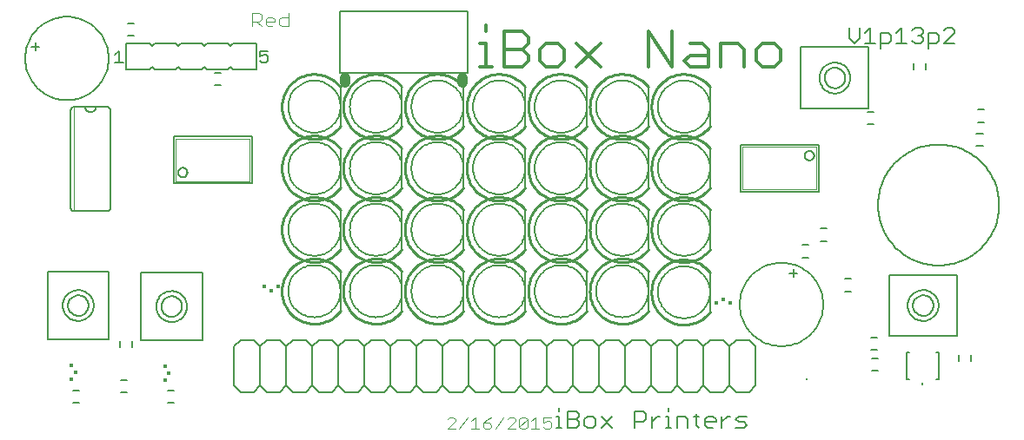
<source format=gto>
G75*
%MOIN*%
%OFA0B0*%
%FSLAX24Y24*%
%IPPOS*%
%LPD*%
%AMOC8*
5,1,8,0,0,1.08239X$1,22.5*
%
%ADD10C,0.0050*%
%ADD11C,0.0040*%
%ADD12C,0.0060*%
%ADD13C,0.0120*%
%ADD14C,0.0080*%
%ADD15C,0.0100*%
%ADD16C,0.0400*%
%ADD17R,0.0167X0.0128*%
%ADD18R,0.0138X0.0138*%
%ADD19C,0.0020*%
%ADD20R,0.0128X0.0167*%
%ADD21R,0.0077X0.0077*%
D10*
X003307Y006031D02*
X003307Y008630D01*
X005669Y008630D01*
X005669Y006031D01*
X003307Y006031D01*
X004094Y007330D02*
X004096Y007369D01*
X004102Y007408D01*
X004112Y007446D01*
X004125Y007483D01*
X004142Y007518D01*
X004162Y007552D01*
X004186Y007583D01*
X004213Y007612D01*
X004242Y007638D01*
X004274Y007661D01*
X004308Y007681D01*
X004344Y007697D01*
X004381Y007709D01*
X004420Y007718D01*
X004459Y007723D01*
X004498Y007724D01*
X004537Y007721D01*
X004576Y007714D01*
X004613Y007703D01*
X004650Y007689D01*
X004685Y007671D01*
X004718Y007650D01*
X004749Y007625D01*
X004777Y007598D01*
X004802Y007568D01*
X004824Y007535D01*
X004843Y007501D01*
X004858Y007465D01*
X004870Y007427D01*
X004878Y007389D01*
X004882Y007350D01*
X004882Y007310D01*
X004878Y007271D01*
X004870Y007233D01*
X004858Y007195D01*
X004843Y007159D01*
X004824Y007125D01*
X004802Y007092D01*
X004777Y007062D01*
X004749Y007035D01*
X004718Y007010D01*
X004685Y006989D01*
X004650Y006971D01*
X004613Y006957D01*
X004576Y006946D01*
X004537Y006939D01*
X004498Y006936D01*
X004459Y006937D01*
X004420Y006942D01*
X004381Y006951D01*
X004344Y006963D01*
X004308Y006979D01*
X004274Y006999D01*
X004242Y007022D01*
X004213Y007048D01*
X004186Y007077D01*
X004162Y007108D01*
X004142Y007142D01*
X004125Y007177D01*
X004112Y007214D01*
X004102Y007252D01*
X004096Y007291D01*
X004094Y007330D01*
X003896Y007330D02*
X003898Y007378D01*
X003904Y007426D01*
X003914Y007473D01*
X003927Y007520D01*
X003945Y007565D01*
X003966Y007608D01*
X003990Y007650D01*
X004018Y007690D01*
X004049Y007727D01*
X004082Y007761D01*
X004119Y007793D01*
X004158Y007821D01*
X004199Y007847D01*
X004242Y007869D01*
X004287Y007887D01*
X004333Y007901D01*
X004380Y007912D01*
X004428Y007919D01*
X004476Y007922D01*
X004524Y007921D01*
X004572Y007916D01*
X004620Y007907D01*
X004666Y007894D01*
X004712Y007878D01*
X004756Y007858D01*
X004798Y007834D01*
X004838Y007808D01*
X004876Y007777D01*
X004911Y007744D01*
X004943Y007708D01*
X004973Y007670D01*
X004999Y007629D01*
X005021Y007587D01*
X005041Y007543D01*
X005056Y007497D01*
X005068Y007450D01*
X005076Y007402D01*
X005080Y007354D01*
X005080Y007306D01*
X005076Y007258D01*
X005068Y007210D01*
X005056Y007163D01*
X005041Y007117D01*
X005021Y007073D01*
X004999Y007031D01*
X004973Y006990D01*
X004943Y006952D01*
X004911Y006916D01*
X004876Y006883D01*
X004838Y006852D01*
X004798Y006826D01*
X004756Y006802D01*
X004712Y006782D01*
X004666Y006766D01*
X004620Y006753D01*
X004572Y006744D01*
X004524Y006739D01*
X004476Y006738D01*
X004428Y006741D01*
X004380Y006748D01*
X004333Y006759D01*
X004287Y006773D01*
X004242Y006791D01*
X004199Y006813D01*
X004158Y006839D01*
X004119Y006867D01*
X004082Y006899D01*
X004049Y006933D01*
X004018Y006970D01*
X003990Y007010D01*
X003966Y007052D01*
X003945Y007095D01*
X003927Y007140D01*
X003914Y007187D01*
X003904Y007234D01*
X003898Y007282D01*
X003896Y007330D01*
X006889Y008590D02*
X006889Y005992D01*
X009252Y005992D01*
X009252Y008590D01*
X006889Y008590D01*
X007677Y007291D02*
X007679Y007330D01*
X007685Y007369D01*
X007695Y007407D01*
X007708Y007444D01*
X007725Y007479D01*
X007745Y007513D01*
X007769Y007544D01*
X007796Y007573D01*
X007825Y007599D01*
X007857Y007622D01*
X007891Y007642D01*
X007927Y007658D01*
X007964Y007670D01*
X008003Y007679D01*
X008042Y007684D01*
X008081Y007685D01*
X008120Y007682D01*
X008159Y007675D01*
X008196Y007664D01*
X008233Y007650D01*
X008268Y007632D01*
X008301Y007611D01*
X008332Y007586D01*
X008360Y007559D01*
X008385Y007529D01*
X008407Y007496D01*
X008426Y007462D01*
X008441Y007426D01*
X008453Y007388D01*
X008461Y007350D01*
X008465Y007311D01*
X008465Y007271D01*
X008461Y007232D01*
X008453Y007194D01*
X008441Y007156D01*
X008426Y007120D01*
X008407Y007086D01*
X008385Y007053D01*
X008360Y007023D01*
X008332Y006996D01*
X008301Y006971D01*
X008268Y006950D01*
X008233Y006932D01*
X008196Y006918D01*
X008159Y006907D01*
X008120Y006900D01*
X008081Y006897D01*
X008042Y006898D01*
X008003Y006903D01*
X007964Y006912D01*
X007927Y006924D01*
X007891Y006940D01*
X007857Y006960D01*
X007825Y006983D01*
X007796Y007009D01*
X007769Y007038D01*
X007745Y007069D01*
X007725Y007103D01*
X007708Y007138D01*
X007695Y007175D01*
X007685Y007213D01*
X007679Y007252D01*
X007677Y007291D01*
X007479Y007291D02*
X007481Y007339D01*
X007487Y007387D01*
X007497Y007434D01*
X007510Y007481D01*
X007528Y007526D01*
X007549Y007569D01*
X007573Y007611D01*
X007601Y007651D01*
X007632Y007688D01*
X007665Y007722D01*
X007702Y007754D01*
X007741Y007782D01*
X007782Y007808D01*
X007825Y007830D01*
X007870Y007848D01*
X007916Y007862D01*
X007963Y007873D01*
X008011Y007880D01*
X008059Y007883D01*
X008107Y007882D01*
X008155Y007877D01*
X008203Y007868D01*
X008249Y007855D01*
X008295Y007839D01*
X008339Y007819D01*
X008381Y007795D01*
X008421Y007769D01*
X008459Y007738D01*
X008494Y007705D01*
X008526Y007669D01*
X008556Y007631D01*
X008582Y007590D01*
X008604Y007548D01*
X008624Y007504D01*
X008639Y007458D01*
X008651Y007411D01*
X008659Y007363D01*
X008663Y007315D01*
X008663Y007267D01*
X008659Y007219D01*
X008651Y007171D01*
X008639Y007124D01*
X008624Y007078D01*
X008604Y007034D01*
X008582Y006992D01*
X008556Y006951D01*
X008526Y006913D01*
X008494Y006877D01*
X008459Y006844D01*
X008421Y006813D01*
X008381Y006787D01*
X008339Y006763D01*
X008295Y006743D01*
X008249Y006727D01*
X008203Y006714D01*
X008155Y006705D01*
X008107Y006700D01*
X008059Y006699D01*
X008011Y006702D01*
X007963Y006709D01*
X007916Y006720D01*
X007870Y006734D01*
X007825Y006752D01*
X007782Y006774D01*
X007741Y006800D01*
X007702Y006828D01*
X007665Y006860D01*
X007632Y006894D01*
X007601Y006931D01*
X007573Y006971D01*
X007549Y007013D01*
X007528Y007056D01*
X007510Y007101D01*
X007497Y007148D01*
X007487Y007195D01*
X007481Y007243D01*
X007479Y007291D01*
X014527Y016267D02*
X014527Y018630D01*
X019409Y018630D01*
X019409Y016267D01*
X014527Y016267D01*
X011756Y016735D02*
X011681Y016660D01*
X011530Y016660D01*
X011455Y016735D01*
X011455Y016886D02*
X011606Y016961D01*
X011681Y016961D01*
X011756Y016886D01*
X011756Y016735D01*
X011455Y016886D02*
X011455Y017111D01*
X011756Y017111D01*
X006206Y016660D02*
X005905Y016660D01*
X006056Y016660D02*
X006056Y017111D01*
X005905Y016961D01*
X032204Y017252D02*
X032204Y014889D01*
X034803Y014889D01*
X034803Y017252D01*
X032204Y017252D01*
X034040Y017598D02*
X034244Y017395D01*
X034447Y017598D01*
X034447Y018005D01*
X034648Y017802D02*
X034852Y018005D01*
X034852Y017395D01*
X035055Y017395D02*
X034648Y017395D01*
X035256Y017395D02*
X035561Y017395D01*
X035663Y017496D01*
X035663Y017700D01*
X035561Y017802D01*
X035256Y017802D01*
X035256Y017191D01*
X035864Y017395D02*
X036271Y017395D01*
X036067Y017395D02*
X036067Y018005D01*
X035864Y017802D01*
X036471Y017903D02*
X036573Y018005D01*
X036777Y018005D01*
X036878Y017903D01*
X036878Y017802D01*
X036777Y017700D01*
X036878Y017598D01*
X036878Y017496D01*
X036777Y017395D01*
X036573Y017395D01*
X036471Y017496D01*
X036675Y017700D02*
X036777Y017700D01*
X037079Y017802D02*
X037384Y017802D01*
X037486Y017700D01*
X037486Y017496D01*
X037384Y017395D01*
X037079Y017395D01*
X037079Y017191D02*
X037079Y017802D01*
X037687Y017903D02*
X037788Y018005D01*
X037992Y018005D01*
X038094Y017903D01*
X038094Y017802D01*
X037687Y017395D01*
X038094Y017395D01*
X034040Y017598D02*
X034040Y018005D01*
X033110Y016070D02*
X033112Y016109D01*
X033118Y016148D01*
X033128Y016186D01*
X033141Y016223D01*
X033158Y016258D01*
X033178Y016292D01*
X033202Y016323D01*
X033229Y016352D01*
X033258Y016378D01*
X033290Y016401D01*
X033324Y016421D01*
X033360Y016437D01*
X033397Y016449D01*
X033436Y016458D01*
X033475Y016463D01*
X033514Y016464D01*
X033553Y016461D01*
X033592Y016454D01*
X033629Y016443D01*
X033666Y016429D01*
X033701Y016411D01*
X033734Y016390D01*
X033765Y016365D01*
X033793Y016338D01*
X033818Y016308D01*
X033840Y016275D01*
X033859Y016241D01*
X033874Y016205D01*
X033886Y016167D01*
X033894Y016129D01*
X033898Y016090D01*
X033898Y016050D01*
X033894Y016011D01*
X033886Y015973D01*
X033874Y015935D01*
X033859Y015899D01*
X033840Y015865D01*
X033818Y015832D01*
X033793Y015802D01*
X033765Y015775D01*
X033734Y015750D01*
X033701Y015729D01*
X033666Y015711D01*
X033629Y015697D01*
X033592Y015686D01*
X033553Y015679D01*
X033514Y015676D01*
X033475Y015677D01*
X033436Y015682D01*
X033397Y015691D01*
X033360Y015703D01*
X033324Y015719D01*
X033290Y015739D01*
X033258Y015762D01*
X033229Y015788D01*
X033202Y015817D01*
X033178Y015848D01*
X033158Y015882D01*
X033141Y015917D01*
X033128Y015954D01*
X033118Y015992D01*
X033112Y016031D01*
X033110Y016070D01*
X032912Y016070D02*
X032914Y016118D01*
X032920Y016166D01*
X032930Y016213D01*
X032943Y016260D01*
X032961Y016305D01*
X032982Y016348D01*
X033006Y016390D01*
X033034Y016430D01*
X033065Y016467D01*
X033098Y016501D01*
X033135Y016533D01*
X033174Y016561D01*
X033215Y016587D01*
X033258Y016609D01*
X033303Y016627D01*
X033349Y016641D01*
X033396Y016652D01*
X033444Y016659D01*
X033492Y016662D01*
X033540Y016661D01*
X033588Y016656D01*
X033636Y016647D01*
X033682Y016634D01*
X033728Y016618D01*
X033772Y016598D01*
X033814Y016574D01*
X033854Y016548D01*
X033892Y016517D01*
X033927Y016484D01*
X033959Y016448D01*
X033989Y016410D01*
X034015Y016369D01*
X034037Y016327D01*
X034057Y016283D01*
X034072Y016237D01*
X034084Y016190D01*
X034092Y016142D01*
X034096Y016094D01*
X034096Y016046D01*
X034092Y015998D01*
X034084Y015950D01*
X034072Y015903D01*
X034057Y015857D01*
X034037Y015813D01*
X034015Y015771D01*
X033989Y015730D01*
X033959Y015692D01*
X033927Y015656D01*
X033892Y015623D01*
X033854Y015592D01*
X033814Y015566D01*
X033772Y015542D01*
X033728Y015522D01*
X033682Y015506D01*
X033636Y015493D01*
X033588Y015484D01*
X033540Y015479D01*
X033492Y015478D01*
X033444Y015481D01*
X033396Y015488D01*
X033349Y015499D01*
X033303Y015513D01*
X033258Y015531D01*
X033215Y015553D01*
X033174Y015579D01*
X033135Y015607D01*
X033098Y015639D01*
X033065Y015673D01*
X033034Y015710D01*
X033006Y015750D01*
X032982Y015792D01*
X032961Y015835D01*
X032943Y015880D01*
X032930Y015927D01*
X032920Y015974D01*
X032914Y016022D01*
X032912Y016070D01*
X035590Y008511D02*
X035590Y006149D01*
X038189Y006149D01*
X038189Y008511D01*
X035590Y008511D01*
X036495Y007330D02*
X036497Y007369D01*
X036503Y007408D01*
X036513Y007446D01*
X036526Y007483D01*
X036543Y007518D01*
X036563Y007552D01*
X036587Y007583D01*
X036614Y007612D01*
X036643Y007638D01*
X036675Y007661D01*
X036709Y007681D01*
X036745Y007697D01*
X036782Y007709D01*
X036821Y007718D01*
X036860Y007723D01*
X036899Y007724D01*
X036938Y007721D01*
X036977Y007714D01*
X037014Y007703D01*
X037051Y007689D01*
X037086Y007671D01*
X037119Y007650D01*
X037150Y007625D01*
X037178Y007598D01*
X037203Y007568D01*
X037225Y007535D01*
X037244Y007501D01*
X037259Y007465D01*
X037271Y007427D01*
X037279Y007389D01*
X037283Y007350D01*
X037283Y007310D01*
X037279Y007271D01*
X037271Y007233D01*
X037259Y007195D01*
X037244Y007159D01*
X037225Y007125D01*
X037203Y007092D01*
X037178Y007062D01*
X037150Y007035D01*
X037119Y007010D01*
X037086Y006989D01*
X037051Y006971D01*
X037014Y006957D01*
X036977Y006946D01*
X036938Y006939D01*
X036899Y006936D01*
X036860Y006937D01*
X036821Y006942D01*
X036782Y006951D01*
X036745Y006963D01*
X036709Y006979D01*
X036675Y006999D01*
X036643Y007022D01*
X036614Y007048D01*
X036587Y007077D01*
X036563Y007108D01*
X036543Y007142D01*
X036526Y007177D01*
X036513Y007214D01*
X036503Y007252D01*
X036497Y007291D01*
X036495Y007330D01*
X036297Y007330D02*
X036299Y007378D01*
X036305Y007426D01*
X036315Y007473D01*
X036328Y007520D01*
X036346Y007565D01*
X036367Y007608D01*
X036391Y007650D01*
X036419Y007690D01*
X036450Y007727D01*
X036483Y007761D01*
X036520Y007793D01*
X036559Y007821D01*
X036600Y007847D01*
X036643Y007869D01*
X036688Y007887D01*
X036734Y007901D01*
X036781Y007912D01*
X036829Y007919D01*
X036877Y007922D01*
X036925Y007921D01*
X036973Y007916D01*
X037021Y007907D01*
X037067Y007894D01*
X037113Y007878D01*
X037157Y007858D01*
X037199Y007834D01*
X037239Y007808D01*
X037277Y007777D01*
X037312Y007744D01*
X037344Y007708D01*
X037374Y007670D01*
X037400Y007629D01*
X037422Y007587D01*
X037442Y007543D01*
X037457Y007497D01*
X037469Y007450D01*
X037477Y007402D01*
X037481Y007354D01*
X037481Y007306D01*
X037477Y007258D01*
X037469Y007210D01*
X037457Y007163D01*
X037442Y007117D01*
X037422Y007073D01*
X037400Y007031D01*
X037374Y006990D01*
X037344Y006952D01*
X037312Y006916D01*
X037277Y006883D01*
X037239Y006852D01*
X037199Y006826D01*
X037157Y006802D01*
X037113Y006782D01*
X037067Y006766D01*
X037021Y006753D01*
X036973Y006744D01*
X036925Y006739D01*
X036877Y006738D01*
X036829Y006741D01*
X036781Y006748D01*
X036734Y006759D01*
X036688Y006773D01*
X036643Y006791D01*
X036600Y006813D01*
X036559Y006839D01*
X036520Y006867D01*
X036483Y006899D01*
X036450Y006933D01*
X036419Y006970D01*
X036391Y007010D01*
X036367Y007052D01*
X036346Y007095D01*
X036328Y007140D01*
X036315Y007187D01*
X036305Y007234D01*
X036299Y007282D01*
X036297Y007330D01*
D11*
X022632Y003047D02*
X022325Y003047D01*
X022325Y002817D01*
X022478Y002893D01*
X022555Y002893D01*
X022632Y002817D01*
X022632Y002663D01*
X022555Y002587D01*
X022402Y002587D01*
X022325Y002663D01*
X022171Y002587D02*
X021864Y002587D01*
X022018Y002587D02*
X022018Y003047D01*
X021864Y002893D01*
X021711Y002970D02*
X021404Y002663D01*
X021481Y002587D01*
X021634Y002587D01*
X021711Y002663D01*
X021711Y002970D01*
X021634Y003047D01*
X021481Y003047D01*
X021404Y002970D01*
X021404Y002663D01*
X021251Y002587D02*
X020944Y002587D01*
X021251Y002893D01*
X021251Y002970D01*
X021174Y003047D01*
X021020Y003047D01*
X020944Y002970D01*
X020790Y003047D02*
X020483Y002587D01*
X020330Y002663D02*
X020330Y002740D01*
X020253Y002817D01*
X020023Y002817D01*
X020023Y002663D01*
X020100Y002587D01*
X020253Y002587D01*
X020330Y002663D01*
X020176Y002970D02*
X020023Y002817D01*
X020176Y002970D02*
X020330Y003047D01*
X019716Y003047D02*
X019716Y002587D01*
X019563Y002587D02*
X019869Y002587D01*
X019563Y002893D02*
X019716Y003047D01*
X019409Y003047D02*
X019102Y002587D01*
X018949Y002587D02*
X018642Y002587D01*
X018949Y002893D01*
X018949Y002970D01*
X018872Y003047D01*
X018718Y003047D01*
X018642Y002970D01*
X012540Y018059D02*
X012279Y018059D01*
X012193Y018146D01*
X012193Y018319D01*
X012279Y018406D01*
X012540Y018406D01*
X012540Y018579D02*
X012540Y018059D01*
X012024Y018232D02*
X011677Y018232D01*
X011677Y018146D02*
X011677Y018319D01*
X011764Y018406D01*
X011937Y018406D01*
X012024Y018319D01*
X012024Y018232D01*
X011937Y018059D02*
X011764Y018059D01*
X011677Y018146D01*
X011508Y018059D02*
X011335Y018232D01*
X011422Y018232D02*
X011161Y018232D01*
X011161Y018059D02*
X011161Y018579D01*
X011422Y018579D01*
X011508Y018493D01*
X011508Y018319D01*
X011422Y018232D01*
D12*
X004527Y003590D02*
X004291Y003590D01*
X004291Y004063D02*
X004527Y004063D01*
X006130Y004007D02*
X006366Y004007D01*
X006366Y004480D02*
X006130Y004480D01*
X007913Y004063D02*
X008149Y004063D01*
X008149Y003590D02*
X007913Y003590D01*
X010472Y004257D02*
X010722Y004007D01*
X011222Y004007D01*
X011472Y004257D01*
X011472Y005757D01*
X011222Y006007D01*
X010722Y006007D01*
X010472Y005757D01*
X010472Y004257D01*
X011472Y004257D02*
X011722Y004007D01*
X012222Y004007D01*
X012472Y004257D01*
X012472Y005757D01*
X012722Y006007D01*
X013222Y006007D01*
X013472Y005757D01*
X013472Y004257D01*
X013222Y004007D01*
X012722Y004007D01*
X012472Y004257D01*
X013472Y004257D02*
X013722Y004007D01*
X014222Y004007D01*
X014472Y004257D01*
X014472Y005757D01*
X014722Y006007D01*
X015222Y006007D01*
X015472Y005757D01*
X015472Y004257D01*
X015222Y004007D01*
X014722Y004007D01*
X014472Y004257D01*
X015472Y004257D02*
X015722Y004007D01*
X016222Y004007D01*
X016472Y004257D01*
X016472Y005757D01*
X016722Y006007D01*
X017222Y006007D01*
X017472Y005757D01*
X017472Y004257D01*
X017222Y004007D01*
X016722Y004007D01*
X016472Y004257D01*
X017472Y004257D02*
X017722Y004007D01*
X018222Y004007D01*
X018472Y004257D01*
X018472Y005757D01*
X018722Y006007D01*
X019222Y006007D01*
X019472Y005757D01*
X019472Y004257D01*
X019222Y004007D01*
X018722Y004007D01*
X018472Y004257D01*
X019472Y004257D02*
X019722Y004007D01*
X020222Y004007D01*
X020472Y004257D01*
X020472Y005757D01*
X020722Y006007D01*
X021222Y006007D01*
X021472Y005757D01*
X021472Y004257D01*
X021222Y004007D01*
X020722Y004007D01*
X020472Y004257D01*
X021472Y004257D02*
X021722Y004007D01*
X022222Y004007D01*
X022472Y004257D01*
X022472Y005757D01*
X022722Y006007D01*
X023222Y006007D01*
X023472Y005757D01*
X023472Y004257D01*
X023222Y004007D01*
X022722Y004007D01*
X022472Y004257D01*
X023472Y004257D02*
X023722Y004007D01*
X024222Y004007D01*
X024472Y004257D01*
X024472Y005757D01*
X024222Y006007D01*
X023722Y006007D01*
X023472Y005757D01*
X022472Y005757D02*
X022222Y006007D01*
X021722Y006007D01*
X021472Y005757D01*
X020472Y005757D02*
X020222Y006007D01*
X019722Y006007D01*
X019472Y005757D01*
X018472Y005757D02*
X018222Y006007D01*
X017722Y006007D01*
X017472Y005757D01*
X016472Y005757D02*
X016222Y006007D01*
X015722Y006007D01*
X015472Y005757D01*
X014472Y005757D02*
X014222Y006007D01*
X013722Y006007D01*
X013472Y005757D01*
X012472Y005757D02*
X012222Y006007D01*
X011722Y006007D01*
X011472Y005757D01*
X012543Y007881D02*
X012545Y007944D01*
X012551Y008006D01*
X012561Y008068D01*
X012574Y008130D01*
X012592Y008190D01*
X012613Y008249D01*
X012638Y008307D01*
X012667Y008363D01*
X012699Y008417D01*
X012734Y008469D01*
X012772Y008518D01*
X012814Y008566D01*
X012858Y008610D01*
X012906Y008652D01*
X012955Y008690D01*
X013007Y008725D01*
X013061Y008757D01*
X013117Y008786D01*
X013175Y008811D01*
X013234Y008832D01*
X013294Y008850D01*
X013356Y008863D01*
X013418Y008873D01*
X013480Y008879D01*
X013543Y008881D01*
X013606Y008879D01*
X013668Y008873D01*
X013730Y008863D01*
X013792Y008850D01*
X013852Y008832D01*
X013911Y008811D01*
X013969Y008786D01*
X014025Y008757D01*
X014079Y008725D01*
X014131Y008690D01*
X014180Y008652D01*
X014228Y008610D01*
X014272Y008566D01*
X014314Y008518D01*
X014352Y008469D01*
X014387Y008417D01*
X014419Y008363D01*
X014448Y008307D01*
X014473Y008249D01*
X014494Y008190D01*
X014512Y008130D01*
X014525Y008068D01*
X014535Y008006D01*
X014541Y007944D01*
X014543Y007881D01*
X014541Y007818D01*
X014535Y007756D01*
X014525Y007694D01*
X014512Y007632D01*
X014494Y007572D01*
X014473Y007513D01*
X014448Y007455D01*
X014419Y007399D01*
X014387Y007345D01*
X014352Y007293D01*
X014314Y007244D01*
X014272Y007196D01*
X014228Y007152D01*
X014180Y007110D01*
X014131Y007072D01*
X014079Y007037D01*
X014025Y007005D01*
X013969Y006976D01*
X013911Y006951D01*
X013852Y006930D01*
X013792Y006912D01*
X013730Y006899D01*
X013668Y006889D01*
X013606Y006883D01*
X013543Y006881D01*
X013480Y006883D01*
X013418Y006889D01*
X013356Y006899D01*
X013294Y006912D01*
X013234Y006930D01*
X013175Y006951D01*
X013117Y006976D01*
X013061Y007005D01*
X013007Y007037D01*
X012955Y007072D01*
X012906Y007110D01*
X012858Y007152D01*
X012814Y007196D01*
X012772Y007244D01*
X012734Y007293D01*
X012699Y007345D01*
X012667Y007399D01*
X012638Y007455D01*
X012613Y007513D01*
X012592Y007572D01*
X012574Y007632D01*
X012561Y007694D01*
X012551Y007756D01*
X012545Y007818D01*
X012543Y007881D01*
X014905Y007881D02*
X014907Y007944D01*
X014913Y008006D01*
X014923Y008068D01*
X014936Y008130D01*
X014954Y008190D01*
X014975Y008249D01*
X015000Y008307D01*
X015029Y008363D01*
X015061Y008417D01*
X015096Y008469D01*
X015134Y008518D01*
X015176Y008566D01*
X015220Y008610D01*
X015268Y008652D01*
X015317Y008690D01*
X015369Y008725D01*
X015423Y008757D01*
X015479Y008786D01*
X015537Y008811D01*
X015596Y008832D01*
X015656Y008850D01*
X015718Y008863D01*
X015780Y008873D01*
X015842Y008879D01*
X015905Y008881D01*
X015968Y008879D01*
X016030Y008873D01*
X016092Y008863D01*
X016154Y008850D01*
X016214Y008832D01*
X016273Y008811D01*
X016331Y008786D01*
X016387Y008757D01*
X016441Y008725D01*
X016493Y008690D01*
X016542Y008652D01*
X016590Y008610D01*
X016634Y008566D01*
X016676Y008518D01*
X016714Y008469D01*
X016749Y008417D01*
X016781Y008363D01*
X016810Y008307D01*
X016835Y008249D01*
X016856Y008190D01*
X016874Y008130D01*
X016887Y008068D01*
X016897Y008006D01*
X016903Y007944D01*
X016905Y007881D01*
X016903Y007818D01*
X016897Y007756D01*
X016887Y007694D01*
X016874Y007632D01*
X016856Y007572D01*
X016835Y007513D01*
X016810Y007455D01*
X016781Y007399D01*
X016749Y007345D01*
X016714Y007293D01*
X016676Y007244D01*
X016634Y007196D01*
X016590Y007152D01*
X016542Y007110D01*
X016493Y007072D01*
X016441Y007037D01*
X016387Y007005D01*
X016331Y006976D01*
X016273Y006951D01*
X016214Y006930D01*
X016154Y006912D01*
X016092Y006899D01*
X016030Y006889D01*
X015968Y006883D01*
X015905Y006881D01*
X015842Y006883D01*
X015780Y006889D01*
X015718Y006899D01*
X015656Y006912D01*
X015596Y006930D01*
X015537Y006951D01*
X015479Y006976D01*
X015423Y007005D01*
X015369Y007037D01*
X015317Y007072D01*
X015268Y007110D01*
X015220Y007152D01*
X015176Y007196D01*
X015134Y007244D01*
X015096Y007293D01*
X015061Y007345D01*
X015029Y007399D01*
X015000Y007455D01*
X014975Y007513D01*
X014954Y007572D01*
X014936Y007632D01*
X014923Y007694D01*
X014913Y007756D01*
X014907Y007818D01*
X014905Y007881D01*
X017267Y007881D02*
X017269Y007944D01*
X017275Y008006D01*
X017285Y008068D01*
X017298Y008130D01*
X017316Y008190D01*
X017337Y008249D01*
X017362Y008307D01*
X017391Y008363D01*
X017423Y008417D01*
X017458Y008469D01*
X017496Y008518D01*
X017538Y008566D01*
X017582Y008610D01*
X017630Y008652D01*
X017679Y008690D01*
X017731Y008725D01*
X017785Y008757D01*
X017841Y008786D01*
X017899Y008811D01*
X017958Y008832D01*
X018018Y008850D01*
X018080Y008863D01*
X018142Y008873D01*
X018204Y008879D01*
X018267Y008881D01*
X018330Y008879D01*
X018392Y008873D01*
X018454Y008863D01*
X018516Y008850D01*
X018576Y008832D01*
X018635Y008811D01*
X018693Y008786D01*
X018749Y008757D01*
X018803Y008725D01*
X018855Y008690D01*
X018904Y008652D01*
X018952Y008610D01*
X018996Y008566D01*
X019038Y008518D01*
X019076Y008469D01*
X019111Y008417D01*
X019143Y008363D01*
X019172Y008307D01*
X019197Y008249D01*
X019218Y008190D01*
X019236Y008130D01*
X019249Y008068D01*
X019259Y008006D01*
X019265Y007944D01*
X019267Y007881D01*
X019265Y007818D01*
X019259Y007756D01*
X019249Y007694D01*
X019236Y007632D01*
X019218Y007572D01*
X019197Y007513D01*
X019172Y007455D01*
X019143Y007399D01*
X019111Y007345D01*
X019076Y007293D01*
X019038Y007244D01*
X018996Y007196D01*
X018952Y007152D01*
X018904Y007110D01*
X018855Y007072D01*
X018803Y007037D01*
X018749Y007005D01*
X018693Y006976D01*
X018635Y006951D01*
X018576Y006930D01*
X018516Y006912D01*
X018454Y006899D01*
X018392Y006889D01*
X018330Y006883D01*
X018267Y006881D01*
X018204Y006883D01*
X018142Y006889D01*
X018080Y006899D01*
X018018Y006912D01*
X017958Y006930D01*
X017899Y006951D01*
X017841Y006976D01*
X017785Y007005D01*
X017731Y007037D01*
X017679Y007072D01*
X017630Y007110D01*
X017582Y007152D01*
X017538Y007196D01*
X017496Y007244D01*
X017458Y007293D01*
X017423Y007345D01*
X017391Y007399D01*
X017362Y007455D01*
X017337Y007513D01*
X017316Y007572D01*
X017298Y007632D01*
X017285Y007694D01*
X017275Y007756D01*
X017269Y007818D01*
X017267Y007881D01*
X019630Y007881D02*
X019632Y007944D01*
X019638Y008006D01*
X019648Y008068D01*
X019661Y008130D01*
X019679Y008190D01*
X019700Y008249D01*
X019725Y008307D01*
X019754Y008363D01*
X019786Y008417D01*
X019821Y008469D01*
X019859Y008518D01*
X019901Y008566D01*
X019945Y008610D01*
X019993Y008652D01*
X020042Y008690D01*
X020094Y008725D01*
X020148Y008757D01*
X020204Y008786D01*
X020262Y008811D01*
X020321Y008832D01*
X020381Y008850D01*
X020443Y008863D01*
X020505Y008873D01*
X020567Y008879D01*
X020630Y008881D01*
X020693Y008879D01*
X020755Y008873D01*
X020817Y008863D01*
X020879Y008850D01*
X020939Y008832D01*
X020998Y008811D01*
X021056Y008786D01*
X021112Y008757D01*
X021166Y008725D01*
X021218Y008690D01*
X021267Y008652D01*
X021315Y008610D01*
X021359Y008566D01*
X021401Y008518D01*
X021439Y008469D01*
X021474Y008417D01*
X021506Y008363D01*
X021535Y008307D01*
X021560Y008249D01*
X021581Y008190D01*
X021599Y008130D01*
X021612Y008068D01*
X021622Y008006D01*
X021628Y007944D01*
X021630Y007881D01*
X021628Y007818D01*
X021622Y007756D01*
X021612Y007694D01*
X021599Y007632D01*
X021581Y007572D01*
X021560Y007513D01*
X021535Y007455D01*
X021506Y007399D01*
X021474Y007345D01*
X021439Y007293D01*
X021401Y007244D01*
X021359Y007196D01*
X021315Y007152D01*
X021267Y007110D01*
X021218Y007072D01*
X021166Y007037D01*
X021112Y007005D01*
X021056Y006976D01*
X020998Y006951D01*
X020939Y006930D01*
X020879Y006912D01*
X020817Y006899D01*
X020755Y006889D01*
X020693Y006883D01*
X020630Y006881D01*
X020567Y006883D01*
X020505Y006889D01*
X020443Y006899D01*
X020381Y006912D01*
X020321Y006930D01*
X020262Y006951D01*
X020204Y006976D01*
X020148Y007005D01*
X020094Y007037D01*
X020042Y007072D01*
X019993Y007110D01*
X019945Y007152D01*
X019901Y007196D01*
X019859Y007244D01*
X019821Y007293D01*
X019786Y007345D01*
X019754Y007399D01*
X019725Y007455D01*
X019700Y007513D01*
X019679Y007572D01*
X019661Y007632D01*
X019648Y007694D01*
X019638Y007756D01*
X019632Y007818D01*
X019630Y007881D01*
X021992Y007881D02*
X021994Y007944D01*
X022000Y008006D01*
X022010Y008068D01*
X022023Y008130D01*
X022041Y008190D01*
X022062Y008249D01*
X022087Y008307D01*
X022116Y008363D01*
X022148Y008417D01*
X022183Y008469D01*
X022221Y008518D01*
X022263Y008566D01*
X022307Y008610D01*
X022355Y008652D01*
X022404Y008690D01*
X022456Y008725D01*
X022510Y008757D01*
X022566Y008786D01*
X022624Y008811D01*
X022683Y008832D01*
X022743Y008850D01*
X022805Y008863D01*
X022867Y008873D01*
X022929Y008879D01*
X022992Y008881D01*
X023055Y008879D01*
X023117Y008873D01*
X023179Y008863D01*
X023241Y008850D01*
X023301Y008832D01*
X023360Y008811D01*
X023418Y008786D01*
X023474Y008757D01*
X023528Y008725D01*
X023580Y008690D01*
X023629Y008652D01*
X023677Y008610D01*
X023721Y008566D01*
X023763Y008518D01*
X023801Y008469D01*
X023836Y008417D01*
X023868Y008363D01*
X023897Y008307D01*
X023922Y008249D01*
X023943Y008190D01*
X023961Y008130D01*
X023974Y008068D01*
X023984Y008006D01*
X023990Y007944D01*
X023992Y007881D01*
X023990Y007818D01*
X023984Y007756D01*
X023974Y007694D01*
X023961Y007632D01*
X023943Y007572D01*
X023922Y007513D01*
X023897Y007455D01*
X023868Y007399D01*
X023836Y007345D01*
X023801Y007293D01*
X023763Y007244D01*
X023721Y007196D01*
X023677Y007152D01*
X023629Y007110D01*
X023580Y007072D01*
X023528Y007037D01*
X023474Y007005D01*
X023418Y006976D01*
X023360Y006951D01*
X023301Y006930D01*
X023241Y006912D01*
X023179Y006899D01*
X023117Y006889D01*
X023055Y006883D01*
X022992Y006881D01*
X022929Y006883D01*
X022867Y006889D01*
X022805Y006899D01*
X022743Y006912D01*
X022683Y006930D01*
X022624Y006951D01*
X022566Y006976D01*
X022510Y007005D01*
X022456Y007037D01*
X022404Y007072D01*
X022355Y007110D01*
X022307Y007152D01*
X022263Y007196D01*
X022221Y007244D01*
X022183Y007293D01*
X022148Y007345D01*
X022116Y007399D01*
X022087Y007455D01*
X022062Y007513D01*
X022041Y007572D01*
X022023Y007632D01*
X022010Y007694D01*
X022000Y007756D01*
X021994Y007818D01*
X021992Y007881D01*
X024472Y005757D02*
X024722Y006007D01*
X025222Y006007D01*
X025472Y005757D01*
X025472Y004257D01*
X025222Y004007D01*
X024722Y004007D01*
X024472Y004257D01*
X025472Y004257D02*
X025722Y004007D01*
X026222Y004007D01*
X026472Y004257D01*
X026472Y005757D01*
X026222Y006007D01*
X025722Y006007D01*
X025472Y005757D01*
X026472Y005757D02*
X026722Y006007D01*
X027222Y006007D01*
X027472Y005757D01*
X027472Y004257D01*
X027222Y004007D01*
X026722Y004007D01*
X026472Y004257D01*
X027472Y004257D02*
X027722Y004007D01*
X028222Y004007D01*
X028472Y004257D01*
X028472Y005757D01*
X028222Y006007D01*
X027722Y006007D01*
X027472Y005757D01*
X028472Y005757D02*
X028722Y006007D01*
X029222Y006007D01*
X029472Y005757D01*
X029472Y004257D01*
X029222Y004007D01*
X028722Y004007D01*
X028472Y004257D01*
X029472Y004257D02*
X029722Y004007D01*
X030222Y004007D01*
X030472Y004257D01*
X030472Y005757D01*
X030222Y006007D01*
X029722Y006007D01*
X029472Y005757D01*
X029856Y007370D02*
X029858Y007450D01*
X029864Y007529D01*
X029874Y007608D01*
X029888Y007687D01*
X029905Y007765D01*
X029927Y007842D01*
X029952Y007917D01*
X029982Y007991D01*
X030014Y008064D01*
X030051Y008135D01*
X030091Y008204D01*
X030134Y008271D01*
X030181Y008336D01*
X030230Y008398D01*
X030283Y008458D01*
X030339Y008515D01*
X030397Y008570D01*
X030458Y008621D01*
X030522Y008669D01*
X030588Y008714D01*
X030656Y008756D01*
X030726Y008794D01*
X030798Y008828D01*
X030871Y008859D01*
X030946Y008887D01*
X031023Y008910D01*
X031100Y008930D01*
X031178Y008946D01*
X031257Y008958D01*
X031336Y008966D01*
X031416Y008970D01*
X031496Y008970D01*
X031576Y008966D01*
X031655Y008958D01*
X031734Y008946D01*
X031812Y008930D01*
X031889Y008910D01*
X031966Y008887D01*
X032041Y008859D01*
X032114Y008828D01*
X032186Y008794D01*
X032256Y008756D01*
X032324Y008714D01*
X032390Y008669D01*
X032454Y008621D01*
X032515Y008570D01*
X032573Y008515D01*
X032629Y008458D01*
X032682Y008398D01*
X032731Y008336D01*
X032778Y008271D01*
X032821Y008204D01*
X032861Y008135D01*
X032898Y008064D01*
X032930Y007991D01*
X032960Y007917D01*
X032985Y007842D01*
X033007Y007765D01*
X033024Y007687D01*
X033038Y007608D01*
X033048Y007529D01*
X033054Y007450D01*
X033056Y007370D01*
X033054Y007290D01*
X033048Y007211D01*
X033038Y007132D01*
X033024Y007053D01*
X033007Y006975D01*
X032985Y006898D01*
X032960Y006823D01*
X032930Y006749D01*
X032898Y006676D01*
X032861Y006605D01*
X032821Y006536D01*
X032778Y006469D01*
X032731Y006404D01*
X032682Y006342D01*
X032629Y006282D01*
X032573Y006225D01*
X032515Y006170D01*
X032454Y006119D01*
X032390Y006071D01*
X032324Y006026D01*
X032256Y005984D01*
X032186Y005946D01*
X032114Y005912D01*
X032041Y005881D01*
X031966Y005853D01*
X031889Y005830D01*
X031812Y005810D01*
X031734Y005794D01*
X031655Y005782D01*
X031576Y005774D01*
X031496Y005770D01*
X031416Y005770D01*
X031336Y005774D01*
X031257Y005782D01*
X031178Y005794D01*
X031100Y005810D01*
X031023Y005830D01*
X030946Y005853D01*
X030871Y005881D01*
X030798Y005912D01*
X030726Y005946D01*
X030656Y005984D01*
X030588Y006026D01*
X030522Y006071D01*
X030458Y006119D01*
X030397Y006170D01*
X030339Y006225D01*
X030283Y006282D01*
X030230Y006342D01*
X030181Y006404D01*
X030134Y006469D01*
X030091Y006536D01*
X030051Y006605D01*
X030014Y006676D01*
X029982Y006749D01*
X029952Y006823D01*
X029927Y006898D01*
X029905Y006975D01*
X029888Y007053D01*
X029874Y007132D01*
X029864Y007211D01*
X029858Y007290D01*
X029856Y007370D01*
X026716Y007842D02*
X026718Y007905D01*
X026724Y007967D01*
X026734Y008029D01*
X026747Y008091D01*
X026765Y008151D01*
X026786Y008210D01*
X026811Y008268D01*
X026840Y008324D01*
X026872Y008378D01*
X026907Y008430D01*
X026945Y008479D01*
X026987Y008527D01*
X027031Y008571D01*
X027079Y008613D01*
X027128Y008651D01*
X027180Y008686D01*
X027234Y008718D01*
X027290Y008747D01*
X027348Y008772D01*
X027407Y008793D01*
X027467Y008811D01*
X027529Y008824D01*
X027591Y008834D01*
X027653Y008840D01*
X027716Y008842D01*
X027779Y008840D01*
X027841Y008834D01*
X027903Y008824D01*
X027965Y008811D01*
X028025Y008793D01*
X028084Y008772D01*
X028142Y008747D01*
X028198Y008718D01*
X028252Y008686D01*
X028304Y008651D01*
X028353Y008613D01*
X028401Y008571D01*
X028445Y008527D01*
X028487Y008479D01*
X028525Y008430D01*
X028560Y008378D01*
X028592Y008324D01*
X028621Y008268D01*
X028646Y008210D01*
X028667Y008151D01*
X028685Y008091D01*
X028698Y008029D01*
X028708Y007967D01*
X028714Y007905D01*
X028716Y007842D01*
X028714Y007779D01*
X028708Y007717D01*
X028698Y007655D01*
X028685Y007593D01*
X028667Y007533D01*
X028646Y007474D01*
X028621Y007416D01*
X028592Y007360D01*
X028560Y007306D01*
X028525Y007254D01*
X028487Y007205D01*
X028445Y007157D01*
X028401Y007113D01*
X028353Y007071D01*
X028304Y007033D01*
X028252Y006998D01*
X028198Y006966D01*
X028142Y006937D01*
X028084Y006912D01*
X028025Y006891D01*
X027965Y006873D01*
X027903Y006860D01*
X027841Y006850D01*
X027779Y006844D01*
X027716Y006842D01*
X027653Y006844D01*
X027591Y006850D01*
X027529Y006860D01*
X027467Y006873D01*
X027407Y006891D01*
X027348Y006912D01*
X027290Y006937D01*
X027234Y006966D01*
X027180Y006998D01*
X027128Y007033D01*
X027079Y007071D01*
X027031Y007113D01*
X026987Y007157D01*
X026945Y007205D01*
X026907Y007254D01*
X026872Y007306D01*
X026840Y007360D01*
X026811Y007416D01*
X026786Y007474D01*
X026765Y007533D01*
X026747Y007593D01*
X026734Y007655D01*
X026724Y007717D01*
X026718Y007779D01*
X026716Y007842D01*
X024354Y007881D02*
X024356Y007944D01*
X024362Y008006D01*
X024372Y008068D01*
X024385Y008130D01*
X024403Y008190D01*
X024424Y008249D01*
X024449Y008307D01*
X024478Y008363D01*
X024510Y008417D01*
X024545Y008469D01*
X024583Y008518D01*
X024625Y008566D01*
X024669Y008610D01*
X024717Y008652D01*
X024766Y008690D01*
X024818Y008725D01*
X024872Y008757D01*
X024928Y008786D01*
X024986Y008811D01*
X025045Y008832D01*
X025105Y008850D01*
X025167Y008863D01*
X025229Y008873D01*
X025291Y008879D01*
X025354Y008881D01*
X025417Y008879D01*
X025479Y008873D01*
X025541Y008863D01*
X025603Y008850D01*
X025663Y008832D01*
X025722Y008811D01*
X025780Y008786D01*
X025836Y008757D01*
X025890Y008725D01*
X025942Y008690D01*
X025991Y008652D01*
X026039Y008610D01*
X026083Y008566D01*
X026125Y008518D01*
X026163Y008469D01*
X026198Y008417D01*
X026230Y008363D01*
X026259Y008307D01*
X026284Y008249D01*
X026305Y008190D01*
X026323Y008130D01*
X026336Y008068D01*
X026346Y008006D01*
X026352Y007944D01*
X026354Y007881D01*
X026352Y007818D01*
X026346Y007756D01*
X026336Y007694D01*
X026323Y007632D01*
X026305Y007572D01*
X026284Y007513D01*
X026259Y007455D01*
X026230Y007399D01*
X026198Y007345D01*
X026163Y007293D01*
X026125Y007244D01*
X026083Y007196D01*
X026039Y007152D01*
X025991Y007110D01*
X025942Y007072D01*
X025890Y007037D01*
X025836Y007005D01*
X025780Y006976D01*
X025722Y006951D01*
X025663Y006930D01*
X025603Y006912D01*
X025541Y006899D01*
X025479Y006889D01*
X025417Y006883D01*
X025354Y006881D01*
X025291Y006883D01*
X025229Y006889D01*
X025167Y006899D01*
X025105Y006912D01*
X025045Y006930D01*
X024986Y006951D01*
X024928Y006976D01*
X024872Y007005D01*
X024818Y007037D01*
X024766Y007072D01*
X024717Y007110D01*
X024669Y007152D01*
X024625Y007196D01*
X024583Y007244D01*
X024545Y007293D01*
X024510Y007345D01*
X024478Y007399D01*
X024449Y007455D01*
X024424Y007513D01*
X024403Y007572D01*
X024385Y007632D01*
X024372Y007694D01*
X024362Y007756D01*
X024356Y007818D01*
X024354Y007881D01*
X024354Y010244D02*
X024356Y010307D01*
X024362Y010369D01*
X024372Y010431D01*
X024385Y010493D01*
X024403Y010553D01*
X024424Y010612D01*
X024449Y010670D01*
X024478Y010726D01*
X024510Y010780D01*
X024545Y010832D01*
X024583Y010881D01*
X024625Y010929D01*
X024669Y010973D01*
X024717Y011015D01*
X024766Y011053D01*
X024818Y011088D01*
X024872Y011120D01*
X024928Y011149D01*
X024986Y011174D01*
X025045Y011195D01*
X025105Y011213D01*
X025167Y011226D01*
X025229Y011236D01*
X025291Y011242D01*
X025354Y011244D01*
X025417Y011242D01*
X025479Y011236D01*
X025541Y011226D01*
X025603Y011213D01*
X025663Y011195D01*
X025722Y011174D01*
X025780Y011149D01*
X025836Y011120D01*
X025890Y011088D01*
X025942Y011053D01*
X025991Y011015D01*
X026039Y010973D01*
X026083Y010929D01*
X026125Y010881D01*
X026163Y010832D01*
X026198Y010780D01*
X026230Y010726D01*
X026259Y010670D01*
X026284Y010612D01*
X026305Y010553D01*
X026323Y010493D01*
X026336Y010431D01*
X026346Y010369D01*
X026352Y010307D01*
X026354Y010244D01*
X026352Y010181D01*
X026346Y010119D01*
X026336Y010057D01*
X026323Y009995D01*
X026305Y009935D01*
X026284Y009876D01*
X026259Y009818D01*
X026230Y009762D01*
X026198Y009708D01*
X026163Y009656D01*
X026125Y009607D01*
X026083Y009559D01*
X026039Y009515D01*
X025991Y009473D01*
X025942Y009435D01*
X025890Y009400D01*
X025836Y009368D01*
X025780Y009339D01*
X025722Y009314D01*
X025663Y009293D01*
X025603Y009275D01*
X025541Y009262D01*
X025479Y009252D01*
X025417Y009246D01*
X025354Y009244D01*
X025291Y009246D01*
X025229Y009252D01*
X025167Y009262D01*
X025105Y009275D01*
X025045Y009293D01*
X024986Y009314D01*
X024928Y009339D01*
X024872Y009368D01*
X024818Y009400D01*
X024766Y009435D01*
X024717Y009473D01*
X024669Y009515D01*
X024625Y009559D01*
X024583Y009607D01*
X024545Y009656D01*
X024510Y009708D01*
X024478Y009762D01*
X024449Y009818D01*
X024424Y009876D01*
X024403Y009935D01*
X024385Y009995D01*
X024372Y010057D01*
X024362Y010119D01*
X024356Y010181D01*
X024354Y010244D01*
X021992Y010244D02*
X021994Y010307D01*
X022000Y010369D01*
X022010Y010431D01*
X022023Y010493D01*
X022041Y010553D01*
X022062Y010612D01*
X022087Y010670D01*
X022116Y010726D01*
X022148Y010780D01*
X022183Y010832D01*
X022221Y010881D01*
X022263Y010929D01*
X022307Y010973D01*
X022355Y011015D01*
X022404Y011053D01*
X022456Y011088D01*
X022510Y011120D01*
X022566Y011149D01*
X022624Y011174D01*
X022683Y011195D01*
X022743Y011213D01*
X022805Y011226D01*
X022867Y011236D01*
X022929Y011242D01*
X022992Y011244D01*
X023055Y011242D01*
X023117Y011236D01*
X023179Y011226D01*
X023241Y011213D01*
X023301Y011195D01*
X023360Y011174D01*
X023418Y011149D01*
X023474Y011120D01*
X023528Y011088D01*
X023580Y011053D01*
X023629Y011015D01*
X023677Y010973D01*
X023721Y010929D01*
X023763Y010881D01*
X023801Y010832D01*
X023836Y010780D01*
X023868Y010726D01*
X023897Y010670D01*
X023922Y010612D01*
X023943Y010553D01*
X023961Y010493D01*
X023974Y010431D01*
X023984Y010369D01*
X023990Y010307D01*
X023992Y010244D01*
X023990Y010181D01*
X023984Y010119D01*
X023974Y010057D01*
X023961Y009995D01*
X023943Y009935D01*
X023922Y009876D01*
X023897Y009818D01*
X023868Y009762D01*
X023836Y009708D01*
X023801Y009656D01*
X023763Y009607D01*
X023721Y009559D01*
X023677Y009515D01*
X023629Y009473D01*
X023580Y009435D01*
X023528Y009400D01*
X023474Y009368D01*
X023418Y009339D01*
X023360Y009314D01*
X023301Y009293D01*
X023241Y009275D01*
X023179Y009262D01*
X023117Y009252D01*
X023055Y009246D01*
X022992Y009244D01*
X022929Y009246D01*
X022867Y009252D01*
X022805Y009262D01*
X022743Y009275D01*
X022683Y009293D01*
X022624Y009314D01*
X022566Y009339D01*
X022510Y009368D01*
X022456Y009400D01*
X022404Y009435D01*
X022355Y009473D01*
X022307Y009515D01*
X022263Y009559D01*
X022221Y009607D01*
X022183Y009656D01*
X022148Y009708D01*
X022116Y009762D01*
X022087Y009818D01*
X022062Y009876D01*
X022041Y009935D01*
X022023Y009995D01*
X022010Y010057D01*
X022000Y010119D01*
X021994Y010181D01*
X021992Y010244D01*
X019630Y010244D02*
X019632Y010307D01*
X019638Y010369D01*
X019648Y010431D01*
X019661Y010493D01*
X019679Y010553D01*
X019700Y010612D01*
X019725Y010670D01*
X019754Y010726D01*
X019786Y010780D01*
X019821Y010832D01*
X019859Y010881D01*
X019901Y010929D01*
X019945Y010973D01*
X019993Y011015D01*
X020042Y011053D01*
X020094Y011088D01*
X020148Y011120D01*
X020204Y011149D01*
X020262Y011174D01*
X020321Y011195D01*
X020381Y011213D01*
X020443Y011226D01*
X020505Y011236D01*
X020567Y011242D01*
X020630Y011244D01*
X020693Y011242D01*
X020755Y011236D01*
X020817Y011226D01*
X020879Y011213D01*
X020939Y011195D01*
X020998Y011174D01*
X021056Y011149D01*
X021112Y011120D01*
X021166Y011088D01*
X021218Y011053D01*
X021267Y011015D01*
X021315Y010973D01*
X021359Y010929D01*
X021401Y010881D01*
X021439Y010832D01*
X021474Y010780D01*
X021506Y010726D01*
X021535Y010670D01*
X021560Y010612D01*
X021581Y010553D01*
X021599Y010493D01*
X021612Y010431D01*
X021622Y010369D01*
X021628Y010307D01*
X021630Y010244D01*
X021628Y010181D01*
X021622Y010119D01*
X021612Y010057D01*
X021599Y009995D01*
X021581Y009935D01*
X021560Y009876D01*
X021535Y009818D01*
X021506Y009762D01*
X021474Y009708D01*
X021439Y009656D01*
X021401Y009607D01*
X021359Y009559D01*
X021315Y009515D01*
X021267Y009473D01*
X021218Y009435D01*
X021166Y009400D01*
X021112Y009368D01*
X021056Y009339D01*
X020998Y009314D01*
X020939Y009293D01*
X020879Y009275D01*
X020817Y009262D01*
X020755Y009252D01*
X020693Y009246D01*
X020630Y009244D01*
X020567Y009246D01*
X020505Y009252D01*
X020443Y009262D01*
X020381Y009275D01*
X020321Y009293D01*
X020262Y009314D01*
X020204Y009339D01*
X020148Y009368D01*
X020094Y009400D01*
X020042Y009435D01*
X019993Y009473D01*
X019945Y009515D01*
X019901Y009559D01*
X019859Y009607D01*
X019821Y009656D01*
X019786Y009708D01*
X019754Y009762D01*
X019725Y009818D01*
X019700Y009876D01*
X019679Y009935D01*
X019661Y009995D01*
X019648Y010057D01*
X019638Y010119D01*
X019632Y010181D01*
X019630Y010244D01*
X017267Y010244D02*
X017269Y010307D01*
X017275Y010369D01*
X017285Y010431D01*
X017298Y010493D01*
X017316Y010553D01*
X017337Y010612D01*
X017362Y010670D01*
X017391Y010726D01*
X017423Y010780D01*
X017458Y010832D01*
X017496Y010881D01*
X017538Y010929D01*
X017582Y010973D01*
X017630Y011015D01*
X017679Y011053D01*
X017731Y011088D01*
X017785Y011120D01*
X017841Y011149D01*
X017899Y011174D01*
X017958Y011195D01*
X018018Y011213D01*
X018080Y011226D01*
X018142Y011236D01*
X018204Y011242D01*
X018267Y011244D01*
X018330Y011242D01*
X018392Y011236D01*
X018454Y011226D01*
X018516Y011213D01*
X018576Y011195D01*
X018635Y011174D01*
X018693Y011149D01*
X018749Y011120D01*
X018803Y011088D01*
X018855Y011053D01*
X018904Y011015D01*
X018952Y010973D01*
X018996Y010929D01*
X019038Y010881D01*
X019076Y010832D01*
X019111Y010780D01*
X019143Y010726D01*
X019172Y010670D01*
X019197Y010612D01*
X019218Y010553D01*
X019236Y010493D01*
X019249Y010431D01*
X019259Y010369D01*
X019265Y010307D01*
X019267Y010244D01*
X019265Y010181D01*
X019259Y010119D01*
X019249Y010057D01*
X019236Y009995D01*
X019218Y009935D01*
X019197Y009876D01*
X019172Y009818D01*
X019143Y009762D01*
X019111Y009708D01*
X019076Y009656D01*
X019038Y009607D01*
X018996Y009559D01*
X018952Y009515D01*
X018904Y009473D01*
X018855Y009435D01*
X018803Y009400D01*
X018749Y009368D01*
X018693Y009339D01*
X018635Y009314D01*
X018576Y009293D01*
X018516Y009275D01*
X018454Y009262D01*
X018392Y009252D01*
X018330Y009246D01*
X018267Y009244D01*
X018204Y009246D01*
X018142Y009252D01*
X018080Y009262D01*
X018018Y009275D01*
X017958Y009293D01*
X017899Y009314D01*
X017841Y009339D01*
X017785Y009368D01*
X017731Y009400D01*
X017679Y009435D01*
X017630Y009473D01*
X017582Y009515D01*
X017538Y009559D01*
X017496Y009607D01*
X017458Y009656D01*
X017423Y009708D01*
X017391Y009762D01*
X017362Y009818D01*
X017337Y009876D01*
X017316Y009935D01*
X017298Y009995D01*
X017285Y010057D01*
X017275Y010119D01*
X017269Y010181D01*
X017267Y010244D01*
X014905Y010244D02*
X014907Y010307D01*
X014913Y010369D01*
X014923Y010431D01*
X014936Y010493D01*
X014954Y010553D01*
X014975Y010612D01*
X015000Y010670D01*
X015029Y010726D01*
X015061Y010780D01*
X015096Y010832D01*
X015134Y010881D01*
X015176Y010929D01*
X015220Y010973D01*
X015268Y011015D01*
X015317Y011053D01*
X015369Y011088D01*
X015423Y011120D01*
X015479Y011149D01*
X015537Y011174D01*
X015596Y011195D01*
X015656Y011213D01*
X015718Y011226D01*
X015780Y011236D01*
X015842Y011242D01*
X015905Y011244D01*
X015968Y011242D01*
X016030Y011236D01*
X016092Y011226D01*
X016154Y011213D01*
X016214Y011195D01*
X016273Y011174D01*
X016331Y011149D01*
X016387Y011120D01*
X016441Y011088D01*
X016493Y011053D01*
X016542Y011015D01*
X016590Y010973D01*
X016634Y010929D01*
X016676Y010881D01*
X016714Y010832D01*
X016749Y010780D01*
X016781Y010726D01*
X016810Y010670D01*
X016835Y010612D01*
X016856Y010553D01*
X016874Y010493D01*
X016887Y010431D01*
X016897Y010369D01*
X016903Y010307D01*
X016905Y010244D01*
X016903Y010181D01*
X016897Y010119D01*
X016887Y010057D01*
X016874Y009995D01*
X016856Y009935D01*
X016835Y009876D01*
X016810Y009818D01*
X016781Y009762D01*
X016749Y009708D01*
X016714Y009656D01*
X016676Y009607D01*
X016634Y009559D01*
X016590Y009515D01*
X016542Y009473D01*
X016493Y009435D01*
X016441Y009400D01*
X016387Y009368D01*
X016331Y009339D01*
X016273Y009314D01*
X016214Y009293D01*
X016154Y009275D01*
X016092Y009262D01*
X016030Y009252D01*
X015968Y009246D01*
X015905Y009244D01*
X015842Y009246D01*
X015780Y009252D01*
X015718Y009262D01*
X015656Y009275D01*
X015596Y009293D01*
X015537Y009314D01*
X015479Y009339D01*
X015423Y009368D01*
X015369Y009400D01*
X015317Y009435D01*
X015268Y009473D01*
X015220Y009515D01*
X015176Y009559D01*
X015134Y009607D01*
X015096Y009656D01*
X015061Y009708D01*
X015029Y009762D01*
X015000Y009818D01*
X014975Y009876D01*
X014954Y009935D01*
X014936Y009995D01*
X014923Y010057D01*
X014913Y010119D01*
X014907Y010181D01*
X014905Y010244D01*
X012543Y010244D02*
X012545Y010307D01*
X012551Y010369D01*
X012561Y010431D01*
X012574Y010493D01*
X012592Y010553D01*
X012613Y010612D01*
X012638Y010670D01*
X012667Y010726D01*
X012699Y010780D01*
X012734Y010832D01*
X012772Y010881D01*
X012814Y010929D01*
X012858Y010973D01*
X012906Y011015D01*
X012955Y011053D01*
X013007Y011088D01*
X013061Y011120D01*
X013117Y011149D01*
X013175Y011174D01*
X013234Y011195D01*
X013294Y011213D01*
X013356Y011226D01*
X013418Y011236D01*
X013480Y011242D01*
X013543Y011244D01*
X013606Y011242D01*
X013668Y011236D01*
X013730Y011226D01*
X013792Y011213D01*
X013852Y011195D01*
X013911Y011174D01*
X013969Y011149D01*
X014025Y011120D01*
X014079Y011088D01*
X014131Y011053D01*
X014180Y011015D01*
X014228Y010973D01*
X014272Y010929D01*
X014314Y010881D01*
X014352Y010832D01*
X014387Y010780D01*
X014419Y010726D01*
X014448Y010670D01*
X014473Y010612D01*
X014494Y010553D01*
X014512Y010493D01*
X014525Y010431D01*
X014535Y010369D01*
X014541Y010307D01*
X014543Y010244D01*
X014541Y010181D01*
X014535Y010119D01*
X014525Y010057D01*
X014512Y009995D01*
X014494Y009935D01*
X014473Y009876D01*
X014448Y009818D01*
X014419Y009762D01*
X014387Y009708D01*
X014352Y009656D01*
X014314Y009607D01*
X014272Y009559D01*
X014228Y009515D01*
X014180Y009473D01*
X014131Y009435D01*
X014079Y009400D01*
X014025Y009368D01*
X013969Y009339D01*
X013911Y009314D01*
X013852Y009293D01*
X013792Y009275D01*
X013730Y009262D01*
X013668Y009252D01*
X013606Y009246D01*
X013543Y009244D01*
X013480Y009246D01*
X013418Y009252D01*
X013356Y009262D01*
X013294Y009275D01*
X013234Y009293D01*
X013175Y009314D01*
X013117Y009339D01*
X013061Y009368D01*
X013007Y009400D01*
X012955Y009435D01*
X012906Y009473D01*
X012858Y009515D01*
X012814Y009559D01*
X012772Y009607D01*
X012734Y009656D01*
X012699Y009708D01*
X012667Y009762D01*
X012638Y009818D01*
X012613Y009876D01*
X012592Y009935D01*
X012574Y009995D01*
X012561Y010057D01*
X012551Y010119D01*
X012545Y010181D01*
X012543Y010244D01*
X011147Y012022D02*
X011147Y013820D01*
X008144Y013820D01*
X008144Y012022D01*
X011147Y012022D01*
X012543Y012606D02*
X012545Y012669D01*
X012551Y012731D01*
X012561Y012793D01*
X012574Y012855D01*
X012592Y012915D01*
X012613Y012974D01*
X012638Y013032D01*
X012667Y013088D01*
X012699Y013142D01*
X012734Y013194D01*
X012772Y013243D01*
X012814Y013291D01*
X012858Y013335D01*
X012906Y013377D01*
X012955Y013415D01*
X013007Y013450D01*
X013061Y013482D01*
X013117Y013511D01*
X013175Y013536D01*
X013234Y013557D01*
X013294Y013575D01*
X013356Y013588D01*
X013418Y013598D01*
X013480Y013604D01*
X013543Y013606D01*
X013606Y013604D01*
X013668Y013598D01*
X013730Y013588D01*
X013792Y013575D01*
X013852Y013557D01*
X013911Y013536D01*
X013969Y013511D01*
X014025Y013482D01*
X014079Y013450D01*
X014131Y013415D01*
X014180Y013377D01*
X014228Y013335D01*
X014272Y013291D01*
X014314Y013243D01*
X014352Y013194D01*
X014387Y013142D01*
X014419Y013088D01*
X014448Y013032D01*
X014473Y012974D01*
X014494Y012915D01*
X014512Y012855D01*
X014525Y012793D01*
X014535Y012731D01*
X014541Y012669D01*
X014543Y012606D01*
X014541Y012543D01*
X014535Y012481D01*
X014525Y012419D01*
X014512Y012357D01*
X014494Y012297D01*
X014473Y012238D01*
X014448Y012180D01*
X014419Y012124D01*
X014387Y012070D01*
X014352Y012018D01*
X014314Y011969D01*
X014272Y011921D01*
X014228Y011877D01*
X014180Y011835D01*
X014131Y011797D01*
X014079Y011762D01*
X014025Y011730D01*
X013969Y011701D01*
X013911Y011676D01*
X013852Y011655D01*
X013792Y011637D01*
X013730Y011624D01*
X013668Y011614D01*
X013606Y011608D01*
X013543Y011606D01*
X013480Y011608D01*
X013418Y011614D01*
X013356Y011624D01*
X013294Y011637D01*
X013234Y011655D01*
X013175Y011676D01*
X013117Y011701D01*
X013061Y011730D01*
X013007Y011762D01*
X012955Y011797D01*
X012906Y011835D01*
X012858Y011877D01*
X012814Y011921D01*
X012772Y011969D01*
X012734Y012018D01*
X012699Y012070D01*
X012667Y012124D01*
X012638Y012180D01*
X012613Y012238D01*
X012592Y012297D01*
X012574Y012357D01*
X012561Y012419D01*
X012551Y012481D01*
X012545Y012543D01*
X012543Y012606D01*
X014905Y012606D02*
X014907Y012669D01*
X014913Y012731D01*
X014923Y012793D01*
X014936Y012855D01*
X014954Y012915D01*
X014975Y012974D01*
X015000Y013032D01*
X015029Y013088D01*
X015061Y013142D01*
X015096Y013194D01*
X015134Y013243D01*
X015176Y013291D01*
X015220Y013335D01*
X015268Y013377D01*
X015317Y013415D01*
X015369Y013450D01*
X015423Y013482D01*
X015479Y013511D01*
X015537Y013536D01*
X015596Y013557D01*
X015656Y013575D01*
X015718Y013588D01*
X015780Y013598D01*
X015842Y013604D01*
X015905Y013606D01*
X015968Y013604D01*
X016030Y013598D01*
X016092Y013588D01*
X016154Y013575D01*
X016214Y013557D01*
X016273Y013536D01*
X016331Y013511D01*
X016387Y013482D01*
X016441Y013450D01*
X016493Y013415D01*
X016542Y013377D01*
X016590Y013335D01*
X016634Y013291D01*
X016676Y013243D01*
X016714Y013194D01*
X016749Y013142D01*
X016781Y013088D01*
X016810Y013032D01*
X016835Y012974D01*
X016856Y012915D01*
X016874Y012855D01*
X016887Y012793D01*
X016897Y012731D01*
X016903Y012669D01*
X016905Y012606D01*
X016903Y012543D01*
X016897Y012481D01*
X016887Y012419D01*
X016874Y012357D01*
X016856Y012297D01*
X016835Y012238D01*
X016810Y012180D01*
X016781Y012124D01*
X016749Y012070D01*
X016714Y012018D01*
X016676Y011969D01*
X016634Y011921D01*
X016590Y011877D01*
X016542Y011835D01*
X016493Y011797D01*
X016441Y011762D01*
X016387Y011730D01*
X016331Y011701D01*
X016273Y011676D01*
X016214Y011655D01*
X016154Y011637D01*
X016092Y011624D01*
X016030Y011614D01*
X015968Y011608D01*
X015905Y011606D01*
X015842Y011608D01*
X015780Y011614D01*
X015718Y011624D01*
X015656Y011637D01*
X015596Y011655D01*
X015537Y011676D01*
X015479Y011701D01*
X015423Y011730D01*
X015369Y011762D01*
X015317Y011797D01*
X015268Y011835D01*
X015220Y011877D01*
X015176Y011921D01*
X015134Y011969D01*
X015096Y012018D01*
X015061Y012070D01*
X015029Y012124D01*
X015000Y012180D01*
X014975Y012238D01*
X014954Y012297D01*
X014936Y012357D01*
X014923Y012419D01*
X014913Y012481D01*
X014907Y012543D01*
X014905Y012606D01*
X017267Y012606D02*
X017269Y012669D01*
X017275Y012731D01*
X017285Y012793D01*
X017298Y012855D01*
X017316Y012915D01*
X017337Y012974D01*
X017362Y013032D01*
X017391Y013088D01*
X017423Y013142D01*
X017458Y013194D01*
X017496Y013243D01*
X017538Y013291D01*
X017582Y013335D01*
X017630Y013377D01*
X017679Y013415D01*
X017731Y013450D01*
X017785Y013482D01*
X017841Y013511D01*
X017899Y013536D01*
X017958Y013557D01*
X018018Y013575D01*
X018080Y013588D01*
X018142Y013598D01*
X018204Y013604D01*
X018267Y013606D01*
X018330Y013604D01*
X018392Y013598D01*
X018454Y013588D01*
X018516Y013575D01*
X018576Y013557D01*
X018635Y013536D01*
X018693Y013511D01*
X018749Y013482D01*
X018803Y013450D01*
X018855Y013415D01*
X018904Y013377D01*
X018952Y013335D01*
X018996Y013291D01*
X019038Y013243D01*
X019076Y013194D01*
X019111Y013142D01*
X019143Y013088D01*
X019172Y013032D01*
X019197Y012974D01*
X019218Y012915D01*
X019236Y012855D01*
X019249Y012793D01*
X019259Y012731D01*
X019265Y012669D01*
X019267Y012606D01*
X019265Y012543D01*
X019259Y012481D01*
X019249Y012419D01*
X019236Y012357D01*
X019218Y012297D01*
X019197Y012238D01*
X019172Y012180D01*
X019143Y012124D01*
X019111Y012070D01*
X019076Y012018D01*
X019038Y011969D01*
X018996Y011921D01*
X018952Y011877D01*
X018904Y011835D01*
X018855Y011797D01*
X018803Y011762D01*
X018749Y011730D01*
X018693Y011701D01*
X018635Y011676D01*
X018576Y011655D01*
X018516Y011637D01*
X018454Y011624D01*
X018392Y011614D01*
X018330Y011608D01*
X018267Y011606D01*
X018204Y011608D01*
X018142Y011614D01*
X018080Y011624D01*
X018018Y011637D01*
X017958Y011655D01*
X017899Y011676D01*
X017841Y011701D01*
X017785Y011730D01*
X017731Y011762D01*
X017679Y011797D01*
X017630Y011835D01*
X017582Y011877D01*
X017538Y011921D01*
X017496Y011969D01*
X017458Y012018D01*
X017423Y012070D01*
X017391Y012124D01*
X017362Y012180D01*
X017337Y012238D01*
X017316Y012297D01*
X017298Y012357D01*
X017285Y012419D01*
X017275Y012481D01*
X017269Y012543D01*
X017267Y012606D01*
X019630Y012606D02*
X019632Y012669D01*
X019638Y012731D01*
X019648Y012793D01*
X019661Y012855D01*
X019679Y012915D01*
X019700Y012974D01*
X019725Y013032D01*
X019754Y013088D01*
X019786Y013142D01*
X019821Y013194D01*
X019859Y013243D01*
X019901Y013291D01*
X019945Y013335D01*
X019993Y013377D01*
X020042Y013415D01*
X020094Y013450D01*
X020148Y013482D01*
X020204Y013511D01*
X020262Y013536D01*
X020321Y013557D01*
X020381Y013575D01*
X020443Y013588D01*
X020505Y013598D01*
X020567Y013604D01*
X020630Y013606D01*
X020693Y013604D01*
X020755Y013598D01*
X020817Y013588D01*
X020879Y013575D01*
X020939Y013557D01*
X020998Y013536D01*
X021056Y013511D01*
X021112Y013482D01*
X021166Y013450D01*
X021218Y013415D01*
X021267Y013377D01*
X021315Y013335D01*
X021359Y013291D01*
X021401Y013243D01*
X021439Y013194D01*
X021474Y013142D01*
X021506Y013088D01*
X021535Y013032D01*
X021560Y012974D01*
X021581Y012915D01*
X021599Y012855D01*
X021612Y012793D01*
X021622Y012731D01*
X021628Y012669D01*
X021630Y012606D01*
X021628Y012543D01*
X021622Y012481D01*
X021612Y012419D01*
X021599Y012357D01*
X021581Y012297D01*
X021560Y012238D01*
X021535Y012180D01*
X021506Y012124D01*
X021474Y012070D01*
X021439Y012018D01*
X021401Y011969D01*
X021359Y011921D01*
X021315Y011877D01*
X021267Y011835D01*
X021218Y011797D01*
X021166Y011762D01*
X021112Y011730D01*
X021056Y011701D01*
X020998Y011676D01*
X020939Y011655D01*
X020879Y011637D01*
X020817Y011624D01*
X020755Y011614D01*
X020693Y011608D01*
X020630Y011606D01*
X020567Y011608D01*
X020505Y011614D01*
X020443Y011624D01*
X020381Y011637D01*
X020321Y011655D01*
X020262Y011676D01*
X020204Y011701D01*
X020148Y011730D01*
X020094Y011762D01*
X020042Y011797D01*
X019993Y011835D01*
X019945Y011877D01*
X019901Y011921D01*
X019859Y011969D01*
X019821Y012018D01*
X019786Y012070D01*
X019754Y012124D01*
X019725Y012180D01*
X019700Y012238D01*
X019679Y012297D01*
X019661Y012357D01*
X019648Y012419D01*
X019638Y012481D01*
X019632Y012543D01*
X019630Y012606D01*
X021992Y012606D02*
X021994Y012669D01*
X022000Y012731D01*
X022010Y012793D01*
X022023Y012855D01*
X022041Y012915D01*
X022062Y012974D01*
X022087Y013032D01*
X022116Y013088D01*
X022148Y013142D01*
X022183Y013194D01*
X022221Y013243D01*
X022263Y013291D01*
X022307Y013335D01*
X022355Y013377D01*
X022404Y013415D01*
X022456Y013450D01*
X022510Y013482D01*
X022566Y013511D01*
X022624Y013536D01*
X022683Y013557D01*
X022743Y013575D01*
X022805Y013588D01*
X022867Y013598D01*
X022929Y013604D01*
X022992Y013606D01*
X023055Y013604D01*
X023117Y013598D01*
X023179Y013588D01*
X023241Y013575D01*
X023301Y013557D01*
X023360Y013536D01*
X023418Y013511D01*
X023474Y013482D01*
X023528Y013450D01*
X023580Y013415D01*
X023629Y013377D01*
X023677Y013335D01*
X023721Y013291D01*
X023763Y013243D01*
X023801Y013194D01*
X023836Y013142D01*
X023868Y013088D01*
X023897Y013032D01*
X023922Y012974D01*
X023943Y012915D01*
X023961Y012855D01*
X023974Y012793D01*
X023984Y012731D01*
X023990Y012669D01*
X023992Y012606D01*
X023990Y012543D01*
X023984Y012481D01*
X023974Y012419D01*
X023961Y012357D01*
X023943Y012297D01*
X023922Y012238D01*
X023897Y012180D01*
X023868Y012124D01*
X023836Y012070D01*
X023801Y012018D01*
X023763Y011969D01*
X023721Y011921D01*
X023677Y011877D01*
X023629Y011835D01*
X023580Y011797D01*
X023528Y011762D01*
X023474Y011730D01*
X023418Y011701D01*
X023360Y011676D01*
X023301Y011655D01*
X023241Y011637D01*
X023179Y011624D01*
X023117Y011614D01*
X023055Y011608D01*
X022992Y011606D01*
X022929Y011608D01*
X022867Y011614D01*
X022805Y011624D01*
X022743Y011637D01*
X022683Y011655D01*
X022624Y011676D01*
X022566Y011701D01*
X022510Y011730D01*
X022456Y011762D01*
X022404Y011797D01*
X022355Y011835D01*
X022307Y011877D01*
X022263Y011921D01*
X022221Y011969D01*
X022183Y012018D01*
X022148Y012070D01*
X022116Y012124D01*
X022087Y012180D01*
X022062Y012238D01*
X022041Y012297D01*
X022023Y012357D01*
X022010Y012419D01*
X022000Y012481D01*
X021994Y012543D01*
X021992Y012606D01*
X024354Y012606D02*
X024356Y012669D01*
X024362Y012731D01*
X024372Y012793D01*
X024385Y012855D01*
X024403Y012915D01*
X024424Y012974D01*
X024449Y013032D01*
X024478Y013088D01*
X024510Y013142D01*
X024545Y013194D01*
X024583Y013243D01*
X024625Y013291D01*
X024669Y013335D01*
X024717Y013377D01*
X024766Y013415D01*
X024818Y013450D01*
X024872Y013482D01*
X024928Y013511D01*
X024986Y013536D01*
X025045Y013557D01*
X025105Y013575D01*
X025167Y013588D01*
X025229Y013598D01*
X025291Y013604D01*
X025354Y013606D01*
X025417Y013604D01*
X025479Y013598D01*
X025541Y013588D01*
X025603Y013575D01*
X025663Y013557D01*
X025722Y013536D01*
X025780Y013511D01*
X025836Y013482D01*
X025890Y013450D01*
X025942Y013415D01*
X025991Y013377D01*
X026039Y013335D01*
X026083Y013291D01*
X026125Y013243D01*
X026163Y013194D01*
X026198Y013142D01*
X026230Y013088D01*
X026259Y013032D01*
X026284Y012974D01*
X026305Y012915D01*
X026323Y012855D01*
X026336Y012793D01*
X026346Y012731D01*
X026352Y012669D01*
X026354Y012606D01*
X026352Y012543D01*
X026346Y012481D01*
X026336Y012419D01*
X026323Y012357D01*
X026305Y012297D01*
X026284Y012238D01*
X026259Y012180D01*
X026230Y012124D01*
X026198Y012070D01*
X026163Y012018D01*
X026125Y011969D01*
X026083Y011921D01*
X026039Y011877D01*
X025991Y011835D01*
X025942Y011797D01*
X025890Y011762D01*
X025836Y011730D01*
X025780Y011701D01*
X025722Y011676D01*
X025663Y011655D01*
X025603Y011637D01*
X025541Y011624D01*
X025479Y011614D01*
X025417Y011608D01*
X025354Y011606D01*
X025291Y011608D01*
X025229Y011614D01*
X025167Y011624D01*
X025105Y011637D01*
X025045Y011655D01*
X024986Y011676D01*
X024928Y011701D01*
X024872Y011730D01*
X024818Y011762D01*
X024766Y011797D01*
X024717Y011835D01*
X024669Y011877D01*
X024625Y011921D01*
X024583Y011969D01*
X024545Y012018D01*
X024510Y012070D01*
X024478Y012124D01*
X024449Y012180D01*
X024424Y012238D01*
X024403Y012297D01*
X024385Y012357D01*
X024372Y012419D01*
X024362Y012481D01*
X024356Y012543D01*
X024354Y012606D01*
X026716Y012606D02*
X026718Y012669D01*
X026724Y012731D01*
X026734Y012793D01*
X026747Y012855D01*
X026765Y012915D01*
X026786Y012974D01*
X026811Y013032D01*
X026840Y013088D01*
X026872Y013142D01*
X026907Y013194D01*
X026945Y013243D01*
X026987Y013291D01*
X027031Y013335D01*
X027079Y013377D01*
X027128Y013415D01*
X027180Y013450D01*
X027234Y013482D01*
X027290Y013511D01*
X027348Y013536D01*
X027407Y013557D01*
X027467Y013575D01*
X027529Y013588D01*
X027591Y013598D01*
X027653Y013604D01*
X027716Y013606D01*
X027779Y013604D01*
X027841Y013598D01*
X027903Y013588D01*
X027965Y013575D01*
X028025Y013557D01*
X028084Y013536D01*
X028142Y013511D01*
X028198Y013482D01*
X028252Y013450D01*
X028304Y013415D01*
X028353Y013377D01*
X028401Y013335D01*
X028445Y013291D01*
X028487Y013243D01*
X028525Y013194D01*
X028560Y013142D01*
X028592Y013088D01*
X028621Y013032D01*
X028646Y012974D01*
X028667Y012915D01*
X028685Y012855D01*
X028698Y012793D01*
X028708Y012731D01*
X028714Y012669D01*
X028716Y012606D01*
X028714Y012543D01*
X028708Y012481D01*
X028698Y012419D01*
X028685Y012357D01*
X028667Y012297D01*
X028646Y012238D01*
X028621Y012180D01*
X028592Y012124D01*
X028560Y012070D01*
X028525Y012018D01*
X028487Y011969D01*
X028445Y011921D01*
X028401Y011877D01*
X028353Y011835D01*
X028304Y011797D01*
X028252Y011762D01*
X028198Y011730D01*
X028142Y011701D01*
X028084Y011676D01*
X028025Y011655D01*
X027965Y011637D01*
X027903Y011624D01*
X027841Y011614D01*
X027779Y011608D01*
X027716Y011606D01*
X027653Y011608D01*
X027591Y011614D01*
X027529Y011624D01*
X027467Y011637D01*
X027407Y011655D01*
X027348Y011676D01*
X027290Y011701D01*
X027234Y011730D01*
X027180Y011762D01*
X027128Y011797D01*
X027079Y011835D01*
X027031Y011877D01*
X026987Y011921D01*
X026945Y011969D01*
X026907Y012018D01*
X026872Y012070D01*
X026840Y012124D01*
X026811Y012180D01*
X026786Y012238D01*
X026765Y012297D01*
X026747Y012357D01*
X026734Y012419D01*
X026724Y012481D01*
X026718Y012543D01*
X026716Y012606D01*
X029876Y011707D02*
X029876Y013505D01*
X032879Y013505D01*
X032879Y011707D01*
X029876Y011707D01*
X032349Y013086D02*
X032351Y013112D01*
X032357Y013138D01*
X032366Y013162D01*
X032379Y013185D01*
X032395Y013206D01*
X032414Y013224D01*
X032435Y013240D01*
X032459Y013252D01*
X032483Y013260D01*
X032509Y013265D01*
X032536Y013266D01*
X032562Y013263D01*
X032587Y013256D01*
X032611Y013246D01*
X032634Y013232D01*
X032654Y013216D01*
X032671Y013196D01*
X032686Y013174D01*
X032697Y013150D01*
X032705Y013125D01*
X032709Y013099D01*
X032709Y013073D01*
X032705Y013047D01*
X032697Y013022D01*
X032686Y012998D01*
X032671Y012976D01*
X032654Y012956D01*
X032634Y012940D01*
X032611Y012926D01*
X032587Y012916D01*
X032562Y012909D01*
X032536Y012906D01*
X032509Y012907D01*
X032483Y012912D01*
X032459Y012920D01*
X032435Y012932D01*
X032414Y012948D01*
X032395Y012966D01*
X032379Y012987D01*
X032366Y013010D01*
X032357Y013034D01*
X032351Y013060D01*
X032349Y013086D01*
X034763Y014299D02*
X035000Y014299D01*
X035000Y014771D02*
X034763Y014771D01*
X036531Y016405D02*
X036531Y016641D01*
X037004Y016641D02*
X037004Y016405D01*
X038976Y014850D02*
X039212Y014850D01*
X039212Y014378D02*
X038976Y014378D01*
X038937Y013944D02*
X039173Y013944D01*
X039173Y013472D02*
X038937Y013472D01*
X033189Y010283D02*
X032952Y010283D01*
X032952Y009811D02*
X033189Y009811D01*
X032480Y009653D02*
X032244Y009653D01*
X032244Y009181D02*
X032480Y009181D01*
X031906Y008720D02*
X031906Y008420D01*
X031756Y008570D02*
X032056Y008570D01*
X033897Y008354D02*
X034134Y008354D01*
X034134Y007881D02*
X033897Y007881D01*
X034893Y006102D02*
X035130Y006102D01*
X035130Y005630D02*
X034893Y005630D01*
X034909Y005291D02*
X035145Y005291D01*
X035145Y004819D02*
X034909Y004819D01*
X038244Y005185D02*
X038244Y005421D01*
X038716Y005421D02*
X038716Y005185D01*
X030127Y003063D02*
X029807Y003063D01*
X029700Y002956D01*
X029807Y002849D01*
X030020Y002849D01*
X030127Y002743D01*
X030020Y002636D01*
X029700Y002636D01*
X029377Y003063D02*
X029163Y002849D01*
X029163Y002636D02*
X029163Y003063D01*
X029377Y003063D02*
X029483Y003063D01*
X028946Y002956D02*
X028946Y002849D01*
X028518Y002849D01*
X028518Y002743D02*
X028518Y002956D01*
X028625Y003063D01*
X028839Y003063D01*
X028946Y002956D01*
X028625Y002636D02*
X028518Y002743D01*
X028625Y002636D02*
X028839Y002636D01*
X028302Y002636D02*
X028196Y002743D01*
X028196Y003170D01*
X028302Y003063D02*
X028089Y003063D01*
X027871Y002956D02*
X027871Y002636D01*
X027444Y002636D02*
X027444Y003063D01*
X027764Y003063D01*
X027871Y002956D01*
X027228Y002636D02*
X027015Y002636D01*
X027121Y002636D02*
X027121Y003063D01*
X027015Y003063D01*
X026798Y003063D02*
X026691Y003063D01*
X026477Y002849D01*
X026477Y002636D02*
X026477Y003063D01*
X026260Y003170D02*
X026260Y002956D01*
X026153Y002849D01*
X025833Y002849D01*
X025833Y002636D02*
X025833Y003276D01*
X026153Y003276D01*
X026260Y003170D01*
X027121Y003276D02*
X027121Y003383D01*
X024971Y003063D02*
X024544Y002636D01*
X024326Y002743D02*
X024219Y002636D01*
X024006Y002636D01*
X023899Y002743D01*
X023899Y002956D01*
X024006Y003063D01*
X024219Y003063D01*
X024326Y002956D01*
X024326Y002743D01*
X024544Y003063D02*
X024971Y002636D01*
X023682Y002743D02*
X023575Y002636D01*
X023255Y002636D01*
X023255Y003276D01*
X023575Y003276D01*
X023682Y003170D01*
X023682Y003063D01*
X023575Y002956D01*
X023255Y002956D01*
X023575Y002956D02*
X023682Y002849D01*
X023682Y002743D01*
X023038Y002636D02*
X022825Y002636D01*
X022932Y002636D02*
X022932Y003063D01*
X022825Y003063D01*
X022932Y003276D02*
X022932Y003383D01*
X026716Y010244D02*
X026718Y010307D01*
X026724Y010369D01*
X026734Y010431D01*
X026747Y010493D01*
X026765Y010553D01*
X026786Y010612D01*
X026811Y010670D01*
X026840Y010726D01*
X026872Y010780D01*
X026907Y010832D01*
X026945Y010881D01*
X026987Y010929D01*
X027031Y010973D01*
X027079Y011015D01*
X027128Y011053D01*
X027180Y011088D01*
X027234Y011120D01*
X027290Y011149D01*
X027348Y011174D01*
X027407Y011195D01*
X027467Y011213D01*
X027529Y011226D01*
X027591Y011236D01*
X027653Y011242D01*
X027716Y011244D01*
X027779Y011242D01*
X027841Y011236D01*
X027903Y011226D01*
X027965Y011213D01*
X028025Y011195D01*
X028084Y011174D01*
X028142Y011149D01*
X028198Y011120D01*
X028252Y011088D01*
X028304Y011053D01*
X028353Y011015D01*
X028401Y010973D01*
X028445Y010929D01*
X028487Y010881D01*
X028525Y010832D01*
X028560Y010780D01*
X028592Y010726D01*
X028621Y010670D01*
X028646Y010612D01*
X028667Y010553D01*
X028685Y010493D01*
X028698Y010431D01*
X028708Y010369D01*
X028714Y010307D01*
X028716Y010244D01*
X028714Y010181D01*
X028708Y010119D01*
X028698Y010057D01*
X028685Y009995D01*
X028667Y009935D01*
X028646Y009876D01*
X028621Y009818D01*
X028592Y009762D01*
X028560Y009708D01*
X028525Y009656D01*
X028487Y009607D01*
X028445Y009559D01*
X028401Y009515D01*
X028353Y009473D01*
X028304Y009435D01*
X028252Y009400D01*
X028198Y009368D01*
X028142Y009339D01*
X028084Y009314D01*
X028025Y009293D01*
X027965Y009275D01*
X027903Y009262D01*
X027841Y009252D01*
X027779Y009246D01*
X027716Y009244D01*
X027653Y009246D01*
X027591Y009252D01*
X027529Y009262D01*
X027467Y009275D01*
X027407Y009293D01*
X027348Y009314D01*
X027290Y009339D01*
X027234Y009368D01*
X027180Y009400D01*
X027128Y009435D01*
X027079Y009473D01*
X027031Y009515D01*
X026987Y009559D01*
X026945Y009607D01*
X026907Y009656D01*
X026872Y009708D01*
X026840Y009762D01*
X026811Y009818D01*
X026786Y009876D01*
X026765Y009935D01*
X026747Y009995D01*
X026734Y010057D01*
X026724Y010119D01*
X026718Y010181D01*
X026716Y010244D01*
X026716Y014968D02*
X026718Y015031D01*
X026724Y015093D01*
X026734Y015155D01*
X026747Y015217D01*
X026765Y015277D01*
X026786Y015336D01*
X026811Y015394D01*
X026840Y015450D01*
X026872Y015504D01*
X026907Y015556D01*
X026945Y015605D01*
X026987Y015653D01*
X027031Y015697D01*
X027079Y015739D01*
X027128Y015777D01*
X027180Y015812D01*
X027234Y015844D01*
X027290Y015873D01*
X027348Y015898D01*
X027407Y015919D01*
X027467Y015937D01*
X027529Y015950D01*
X027591Y015960D01*
X027653Y015966D01*
X027716Y015968D01*
X027779Y015966D01*
X027841Y015960D01*
X027903Y015950D01*
X027965Y015937D01*
X028025Y015919D01*
X028084Y015898D01*
X028142Y015873D01*
X028198Y015844D01*
X028252Y015812D01*
X028304Y015777D01*
X028353Y015739D01*
X028401Y015697D01*
X028445Y015653D01*
X028487Y015605D01*
X028525Y015556D01*
X028560Y015504D01*
X028592Y015450D01*
X028621Y015394D01*
X028646Y015336D01*
X028667Y015277D01*
X028685Y015217D01*
X028698Y015155D01*
X028708Y015093D01*
X028714Y015031D01*
X028716Y014968D01*
X028714Y014905D01*
X028708Y014843D01*
X028698Y014781D01*
X028685Y014719D01*
X028667Y014659D01*
X028646Y014600D01*
X028621Y014542D01*
X028592Y014486D01*
X028560Y014432D01*
X028525Y014380D01*
X028487Y014331D01*
X028445Y014283D01*
X028401Y014239D01*
X028353Y014197D01*
X028304Y014159D01*
X028252Y014124D01*
X028198Y014092D01*
X028142Y014063D01*
X028084Y014038D01*
X028025Y014017D01*
X027965Y013999D01*
X027903Y013986D01*
X027841Y013976D01*
X027779Y013970D01*
X027716Y013968D01*
X027653Y013970D01*
X027591Y013976D01*
X027529Y013986D01*
X027467Y013999D01*
X027407Y014017D01*
X027348Y014038D01*
X027290Y014063D01*
X027234Y014092D01*
X027180Y014124D01*
X027128Y014159D01*
X027079Y014197D01*
X027031Y014239D01*
X026987Y014283D01*
X026945Y014331D01*
X026907Y014380D01*
X026872Y014432D01*
X026840Y014486D01*
X026811Y014542D01*
X026786Y014600D01*
X026765Y014659D01*
X026747Y014719D01*
X026734Y014781D01*
X026724Y014843D01*
X026718Y014905D01*
X026716Y014968D01*
X024354Y014968D02*
X024356Y015031D01*
X024362Y015093D01*
X024372Y015155D01*
X024385Y015217D01*
X024403Y015277D01*
X024424Y015336D01*
X024449Y015394D01*
X024478Y015450D01*
X024510Y015504D01*
X024545Y015556D01*
X024583Y015605D01*
X024625Y015653D01*
X024669Y015697D01*
X024717Y015739D01*
X024766Y015777D01*
X024818Y015812D01*
X024872Y015844D01*
X024928Y015873D01*
X024986Y015898D01*
X025045Y015919D01*
X025105Y015937D01*
X025167Y015950D01*
X025229Y015960D01*
X025291Y015966D01*
X025354Y015968D01*
X025417Y015966D01*
X025479Y015960D01*
X025541Y015950D01*
X025603Y015937D01*
X025663Y015919D01*
X025722Y015898D01*
X025780Y015873D01*
X025836Y015844D01*
X025890Y015812D01*
X025942Y015777D01*
X025991Y015739D01*
X026039Y015697D01*
X026083Y015653D01*
X026125Y015605D01*
X026163Y015556D01*
X026198Y015504D01*
X026230Y015450D01*
X026259Y015394D01*
X026284Y015336D01*
X026305Y015277D01*
X026323Y015217D01*
X026336Y015155D01*
X026346Y015093D01*
X026352Y015031D01*
X026354Y014968D01*
X026352Y014905D01*
X026346Y014843D01*
X026336Y014781D01*
X026323Y014719D01*
X026305Y014659D01*
X026284Y014600D01*
X026259Y014542D01*
X026230Y014486D01*
X026198Y014432D01*
X026163Y014380D01*
X026125Y014331D01*
X026083Y014283D01*
X026039Y014239D01*
X025991Y014197D01*
X025942Y014159D01*
X025890Y014124D01*
X025836Y014092D01*
X025780Y014063D01*
X025722Y014038D01*
X025663Y014017D01*
X025603Y013999D01*
X025541Y013986D01*
X025479Y013976D01*
X025417Y013970D01*
X025354Y013968D01*
X025291Y013970D01*
X025229Y013976D01*
X025167Y013986D01*
X025105Y013999D01*
X025045Y014017D01*
X024986Y014038D01*
X024928Y014063D01*
X024872Y014092D01*
X024818Y014124D01*
X024766Y014159D01*
X024717Y014197D01*
X024669Y014239D01*
X024625Y014283D01*
X024583Y014331D01*
X024545Y014380D01*
X024510Y014432D01*
X024478Y014486D01*
X024449Y014542D01*
X024424Y014600D01*
X024403Y014659D01*
X024385Y014719D01*
X024372Y014781D01*
X024362Y014843D01*
X024356Y014905D01*
X024354Y014968D01*
X021992Y014968D02*
X021994Y015031D01*
X022000Y015093D01*
X022010Y015155D01*
X022023Y015217D01*
X022041Y015277D01*
X022062Y015336D01*
X022087Y015394D01*
X022116Y015450D01*
X022148Y015504D01*
X022183Y015556D01*
X022221Y015605D01*
X022263Y015653D01*
X022307Y015697D01*
X022355Y015739D01*
X022404Y015777D01*
X022456Y015812D01*
X022510Y015844D01*
X022566Y015873D01*
X022624Y015898D01*
X022683Y015919D01*
X022743Y015937D01*
X022805Y015950D01*
X022867Y015960D01*
X022929Y015966D01*
X022992Y015968D01*
X023055Y015966D01*
X023117Y015960D01*
X023179Y015950D01*
X023241Y015937D01*
X023301Y015919D01*
X023360Y015898D01*
X023418Y015873D01*
X023474Y015844D01*
X023528Y015812D01*
X023580Y015777D01*
X023629Y015739D01*
X023677Y015697D01*
X023721Y015653D01*
X023763Y015605D01*
X023801Y015556D01*
X023836Y015504D01*
X023868Y015450D01*
X023897Y015394D01*
X023922Y015336D01*
X023943Y015277D01*
X023961Y015217D01*
X023974Y015155D01*
X023984Y015093D01*
X023990Y015031D01*
X023992Y014968D01*
X023990Y014905D01*
X023984Y014843D01*
X023974Y014781D01*
X023961Y014719D01*
X023943Y014659D01*
X023922Y014600D01*
X023897Y014542D01*
X023868Y014486D01*
X023836Y014432D01*
X023801Y014380D01*
X023763Y014331D01*
X023721Y014283D01*
X023677Y014239D01*
X023629Y014197D01*
X023580Y014159D01*
X023528Y014124D01*
X023474Y014092D01*
X023418Y014063D01*
X023360Y014038D01*
X023301Y014017D01*
X023241Y013999D01*
X023179Y013986D01*
X023117Y013976D01*
X023055Y013970D01*
X022992Y013968D01*
X022929Y013970D01*
X022867Y013976D01*
X022805Y013986D01*
X022743Y013999D01*
X022683Y014017D01*
X022624Y014038D01*
X022566Y014063D01*
X022510Y014092D01*
X022456Y014124D01*
X022404Y014159D01*
X022355Y014197D01*
X022307Y014239D01*
X022263Y014283D01*
X022221Y014331D01*
X022183Y014380D01*
X022148Y014432D01*
X022116Y014486D01*
X022087Y014542D01*
X022062Y014600D01*
X022041Y014659D01*
X022023Y014719D01*
X022010Y014781D01*
X022000Y014843D01*
X021994Y014905D01*
X021992Y014968D01*
X019630Y014968D02*
X019632Y015031D01*
X019638Y015093D01*
X019648Y015155D01*
X019661Y015217D01*
X019679Y015277D01*
X019700Y015336D01*
X019725Y015394D01*
X019754Y015450D01*
X019786Y015504D01*
X019821Y015556D01*
X019859Y015605D01*
X019901Y015653D01*
X019945Y015697D01*
X019993Y015739D01*
X020042Y015777D01*
X020094Y015812D01*
X020148Y015844D01*
X020204Y015873D01*
X020262Y015898D01*
X020321Y015919D01*
X020381Y015937D01*
X020443Y015950D01*
X020505Y015960D01*
X020567Y015966D01*
X020630Y015968D01*
X020693Y015966D01*
X020755Y015960D01*
X020817Y015950D01*
X020879Y015937D01*
X020939Y015919D01*
X020998Y015898D01*
X021056Y015873D01*
X021112Y015844D01*
X021166Y015812D01*
X021218Y015777D01*
X021267Y015739D01*
X021315Y015697D01*
X021359Y015653D01*
X021401Y015605D01*
X021439Y015556D01*
X021474Y015504D01*
X021506Y015450D01*
X021535Y015394D01*
X021560Y015336D01*
X021581Y015277D01*
X021599Y015217D01*
X021612Y015155D01*
X021622Y015093D01*
X021628Y015031D01*
X021630Y014968D01*
X021628Y014905D01*
X021622Y014843D01*
X021612Y014781D01*
X021599Y014719D01*
X021581Y014659D01*
X021560Y014600D01*
X021535Y014542D01*
X021506Y014486D01*
X021474Y014432D01*
X021439Y014380D01*
X021401Y014331D01*
X021359Y014283D01*
X021315Y014239D01*
X021267Y014197D01*
X021218Y014159D01*
X021166Y014124D01*
X021112Y014092D01*
X021056Y014063D01*
X020998Y014038D01*
X020939Y014017D01*
X020879Y013999D01*
X020817Y013986D01*
X020755Y013976D01*
X020693Y013970D01*
X020630Y013968D01*
X020567Y013970D01*
X020505Y013976D01*
X020443Y013986D01*
X020381Y013999D01*
X020321Y014017D01*
X020262Y014038D01*
X020204Y014063D01*
X020148Y014092D01*
X020094Y014124D01*
X020042Y014159D01*
X019993Y014197D01*
X019945Y014239D01*
X019901Y014283D01*
X019859Y014331D01*
X019821Y014380D01*
X019786Y014432D01*
X019754Y014486D01*
X019725Y014542D01*
X019700Y014600D01*
X019679Y014659D01*
X019661Y014719D01*
X019648Y014781D01*
X019638Y014843D01*
X019632Y014905D01*
X019630Y014968D01*
X017267Y014968D02*
X017269Y015031D01*
X017275Y015093D01*
X017285Y015155D01*
X017298Y015217D01*
X017316Y015277D01*
X017337Y015336D01*
X017362Y015394D01*
X017391Y015450D01*
X017423Y015504D01*
X017458Y015556D01*
X017496Y015605D01*
X017538Y015653D01*
X017582Y015697D01*
X017630Y015739D01*
X017679Y015777D01*
X017731Y015812D01*
X017785Y015844D01*
X017841Y015873D01*
X017899Y015898D01*
X017958Y015919D01*
X018018Y015937D01*
X018080Y015950D01*
X018142Y015960D01*
X018204Y015966D01*
X018267Y015968D01*
X018330Y015966D01*
X018392Y015960D01*
X018454Y015950D01*
X018516Y015937D01*
X018576Y015919D01*
X018635Y015898D01*
X018693Y015873D01*
X018749Y015844D01*
X018803Y015812D01*
X018855Y015777D01*
X018904Y015739D01*
X018952Y015697D01*
X018996Y015653D01*
X019038Y015605D01*
X019076Y015556D01*
X019111Y015504D01*
X019143Y015450D01*
X019172Y015394D01*
X019197Y015336D01*
X019218Y015277D01*
X019236Y015217D01*
X019249Y015155D01*
X019259Y015093D01*
X019265Y015031D01*
X019267Y014968D01*
X019265Y014905D01*
X019259Y014843D01*
X019249Y014781D01*
X019236Y014719D01*
X019218Y014659D01*
X019197Y014600D01*
X019172Y014542D01*
X019143Y014486D01*
X019111Y014432D01*
X019076Y014380D01*
X019038Y014331D01*
X018996Y014283D01*
X018952Y014239D01*
X018904Y014197D01*
X018855Y014159D01*
X018803Y014124D01*
X018749Y014092D01*
X018693Y014063D01*
X018635Y014038D01*
X018576Y014017D01*
X018516Y013999D01*
X018454Y013986D01*
X018392Y013976D01*
X018330Y013970D01*
X018267Y013968D01*
X018204Y013970D01*
X018142Y013976D01*
X018080Y013986D01*
X018018Y013999D01*
X017958Y014017D01*
X017899Y014038D01*
X017841Y014063D01*
X017785Y014092D01*
X017731Y014124D01*
X017679Y014159D01*
X017630Y014197D01*
X017582Y014239D01*
X017538Y014283D01*
X017496Y014331D01*
X017458Y014380D01*
X017423Y014432D01*
X017391Y014486D01*
X017362Y014542D01*
X017337Y014600D01*
X017316Y014659D01*
X017298Y014719D01*
X017285Y014781D01*
X017275Y014843D01*
X017269Y014905D01*
X017267Y014968D01*
X014905Y014968D02*
X014907Y015031D01*
X014913Y015093D01*
X014923Y015155D01*
X014936Y015217D01*
X014954Y015277D01*
X014975Y015336D01*
X015000Y015394D01*
X015029Y015450D01*
X015061Y015504D01*
X015096Y015556D01*
X015134Y015605D01*
X015176Y015653D01*
X015220Y015697D01*
X015268Y015739D01*
X015317Y015777D01*
X015369Y015812D01*
X015423Y015844D01*
X015479Y015873D01*
X015537Y015898D01*
X015596Y015919D01*
X015656Y015937D01*
X015718Y015950D01*
X015780Y015960D01*
X015842Y015966D01*
X015905Y015968D01*
X015968Y015966D01*
X016030Y015960D01*
X016092Y015950D01*
X016154Y015937D01*
X016214Y015919D01*
X016273Y015898D01*
X016331Y015873D01*
X016387Y015844D01*
X016441Y015812D01*
X016493Y015777D01*
X016542Y015739D01*
X016590Y015697D01*
X016634Y015653D01*
X016676Y015605D01*
X016714Y015556D01*
X016749Y015504D01*
X016781Y015450D01*
X016810Y015394D01*
X016835Y015336D01*
X016856Y015277D01*
X016874Y015217D01*
X016887Y015155D01*
X016897Y015093D01*
X016903Y015031D01*
X016905Y014968D01*
X016903Y014905D01*
X016897Y014843D01*
X016887Y014781D01*
X016874Y014719D01*
X016856Y014659D01*
X016835Y014600D01*
X016810Y014542D01*
X016781Y014486D01*
X016749Y014432D01*
X016714Y014380D01*
X016676Y014331D01*
X016634Y014283D01*
X016590Y014239D01*
X016542Y014197D01*
X016493Y014159D01*
X016441Y014124D01*
X016387Y014092D01*
X016331Y014063D01*
X016273Y014038D01*
X016214Y014017D01*
X016154Y013999D01*
X016092Y013986D01*
X016030Y013976D01*
X015968Y013970D01*
X015905Y013968D01*
X015842Y013970D01*
X015780Y013976D01*
X015718Y013986D01*
X015656Y013999D01*
X015596Y014017D01*
X015537Y014038D01*
X015479Y014063D01*
X015423Y014092D01*
X015369Y014124D01*
X015317Y014159D01*
X015268Y014197D01*
X015220Y014239D01*
X015176Y014283D01*
X015134Y014331D01*
X015096Y014380D01*
X015061Y014432D01*
X015029Y014486D01*
X015000Y014542D01*
X014975Y014600D01*
X014954Y014659D01*
X014936Y014719D01*
X014923Y014781D01*
X014913Y014843D01*
X014907Y014905D01*
X014905Y014968D01*
X012543Y014968D02*
X012545Y015031D01*
X012551Y015093D01*
X012561Y015155D01*
X012574Y015217D01*
X012592Y015277D01*
X012613Y015336D01*
X012638Y015394D01*
X012667Y015450D01*
X012699Y015504D01*
X012734Y015556D01*
X012772Y015605D01*
X012814Y015653D01*
X012858Y015697D01*
X012906Y015739D01*
X012955Y015777D01*
X013007Y015812D01*
X013061Y015844D01*
X013117Y015873D01*
X013175Y015898D01*
X013234Y015919D01*
X013294Y015937D01*
X013356Y015950D01*
X013418Y015960D01*
X013480Y015966D01*
X013543Y015968D01*
X013606Y015966D01*
X013668Y015960D01*
X013730Y015950D01*
X013792Y015937D01*
X013852Y015919D01*
X013911Y015898D01*
X013969Y015873D01*
X014025Y015844D01*
X014079Y015812D01*
X014131Y015777D01*
X014180Y015739D01*
X014228Y015697D01*
X014272Y015653D01*
X014314Y015605D01*
X014352Y015556D01*
X014387Y015504D01*
X014419Y015450D01*
X014448Y015394D01*
X014473Y015336D01*
X014494Y015277D01*
X014512Y015217D01*
X014525Y015155D01*
X014535Y015093D01*
X014541Y015031D01*
X014543Y014968D01*
X014541Y014905D01*
X014535Y014843D01*
X014525Y014781D01*
X014512Y014719D01*
X014494Y014659D01*
X014473Y014600D01*
X014448Y014542D01*
X014419Y014486D01*
X014387Y014432D01*
X014352Y014380D01*
X014314Y014331D01*
X014272Y014283D01*
X014228Y014239D01*
X014180Y014197D01*
X014131Y014159D01*
X014079Y014124D01*
X014025Y014092D01*
X013969Y014063D01*
X013911Y014038D01*
X013852Y014017D01*
X013792Y013999D01*
X013730Y013986D01*
X013668Y013976D01*
X013606Y013970D01*
X013543Y013968D01*
X013480Y013970D01*
X013418Y013976D01*
X013356Y013986D01*
X013294Y013999D01*
X013234Y014017D01*
X013175Y014038D01*
X013117Y014063D01*
X013061Y014092D01*
X013007Y014124D01*
X012955Y014159D01*
X012906Y014197D01*
X012858Y014239D01*
X012814Y014283D01*
X012772Y014331D01*
X012734Y014380D01*
X012699Y014432D01*
X012667Y014486D01*
X012638Y014542D01*
X012613Y014600D01*
X012592Y014659D01*
X012574Y014719D01*
X012561Y014781D01*
X012551Y014843D01*
X012545Y014905D01*
X012543Y014968D01*
X009960Y015795D02*
X009724Y015795D01*
X009724Y016267D02*
X009960Y016267D01*
X010230Y016385D02*
X010330Y016485D01*
X010430Y016385D01*
X011330Y016385D01*
X011330Y017385D01*
X010430Y017385D01*
X010330Y017285D01*
X010230Y017385D01*
X009430Y017385D01*
X009330Y017285D01*
X009230Y017385D01*
X008430Y017385D01*
X008330Y017285D01*
X008230Y017385D01*
X007430Y017385D01*
X007330Y017285D01*
X007230Y017385D01*
X006330Y017385D01*
X006330Y016385D01*
X007230Y016385D01*
X007330Y016485D01*
X007430Y016385D01*
X008230Y016385D01*
X008330Y016485D01*
X008430Y016385D01*
X009230Y016385D01*
X009330Y016485D01*
X009430Y016385D01*
X010230Y016385D01*
X006614Y017685D02*
X006378Y017685D01*
X006378Y018157D02*
X006614Y018157D01*
X002455Y016819D02*
X002457Y016899D01*
X002463Y016978D01*
X002473Y017057D01*
X002487Y017136D01*
X002504Y017214D01*
X002526Y017291D01*
X002551Y017366D01*
X002581Y017440D01*
X002613Y017513D01*
X002650Y017584D01*
X002690Y017653D01*
X002733Y017720D01*
X002780Y017785D01*
X002829Y017847D01*
X002882Y017907D01*
X002938Y017964D01*
X002996Y018019D01*
X003057Y018070D01*
X003121Y018118D01*
X003187Y018163D01*
X003255Y018205D01*
X003325Y018243D01*
X003397Y018277D01*
X003470Y018308D01*
X003545Y018336D01*
X003622Y018359D01*
X003699Y018379D01*
X003777Y018395D01*
X003856Y018407D01*
X003935Y018415D01*
X004015Y018419D01*
X004095Y018419D01*
X004175Y018415D01*
X004254Y018407D01*
X004333Y018395D01*
X004411Y018379D01*
X004488Y018359D01*
X004565Y018336D01*
X004640Y018308D01*
X004713Y018277D01*
X004785Y018243D01*
X004855Y018205D01*
X004923Y018163D01*
X004989Y018118D01*
X005053Y018070D01*
X005114Y018019D01*
X005172Y017964D01*
X005228Y017907D01*
X005281Y017847D01*
X005330Y017785D01*
X005377Y017720D01*
X005420Y017653D01*
X005460Y017584D01*
X005497Y017513D01*
X005529Y017440D01*
X005559Y017366D01*
X005584Y017291D01*
X005606Y017214D01*
X005623Y017136D01*
X005637Y017057D01*
X005647Y016978D01*
X005653Y016899D01*
X005655Y016819D01*
X005653Y016739D01*
X005647Y016660D01*
X005637Y016581D01*
X005623Y016502D01*
X005606Y016424D01*
X005584Y016347D01*
X005559Y016272D01*
X005529Y016198D01*
X005497Y016125D01*
X005460Y016054D01*
X005420Y015985D01*
X005377Y015918D01*
X005330Y015853D01*
X005281Y015791D01*
X005228Y015731D01*
X005172Y015674D01*
X005114Y015619D01*
X005053Y015568D01*
X004989Y015520D01*
X004923Y015475D01*
X004855Y015433D01*
X004785Y015395D01*
X004713Y015361D01*
X004640Y015330D01*
X004565Y015302D01*
X004488Y015279D01*
X004411Y015259D01*
X004333Y015243D01*
X004254Y015231D01*
X004175Y015223D01*
X004095Y015219D01*
X004015Y015219D01*
X003935Y015223D01*
X003856Y015231D01*
X003777Y015243D01*
X003699Y015259D01*
X003622Y015279D01*
X003545Y015302D01*
X003470Y015330D01*
X003397Y015361D01*
X003325Y015395D01*
X003255Y015433D01*
X003187Y015475D01*
X003121Y015520D01*
X003057Y015568D01*
X002996Y015619D01*
X002938Y015674D01*
X002882Y015731D01*
X002829Y015791D01*
X002780Y015853D01*
X002733Y015918D01*
X002690Y015985D01*
X002650Y016054D01*
X002613Y016125D01*
X002581Y016198D01*
X002551Y016272D01*
X002526Y016347D01*
X002504Y016424D01*
X002487Y016502D01*
X002473Y016581D01*
X002463Y016660D01*
X002457Y016739D01*
X002455Y016819D01*
X002855Y017119D02*
X002855Y017419D01*
X002705Y017269D02*
X003005Y017269D01*
X004340Y014960D02*
X005580Y014960D01*
X005603Y014958D01*
X005626Y014953D01*
X005648Y014944D01*
X005668Y014931D01*
X005686Y014916D01*
X005701Y014898D01*
X005714Y014878D01*
X005723Y014856D01*
X005728Y014833D01*
X005730Y014810D01*
X005730Y011110D01*
X005728Y011087D01*
X005723Y011064D01*
X005714Y011042D01*
X005701Y011022D01*
X005686Y011004D01*
X005668Y010989D01*
X005648Y010976D01*
X005626Y010967D01*
X005603Y010962D01*
X005580Y010960D01*
X004340Y010960D01*
X004317Y010962D01*
X004294Y010967D01*
X004272Y010976D01*
X004252Y010989D01*
X004234Y011004D01*
X004219Y011022D01*
X004206Y011042D01*
X004197Y011064D01*
X004192Y011087D01*
X004190Y011110D01*
X004190Y014810D01*
X004192Y014833D01*
X004197Y014856D01*
X004206Y014878D01*
X004219Y014898D01*
X004234Y014916D01*
X004252Y014931D01*
X004272Y014944D01*
X004294Y014953D01*
X004317Y014958D01*
X004340Y014960D01*
X004760Y014960D02*
X004762Y014933D01*
X004767Y014906D01*
X004777Y014880D01*
X004789Y014856D01*
X004805Y014834D01*
X004823Y014814D01*
X004845Y014797D01*
X004868Y014782D01*
X004893Y014772D01*
X004919Y014764D01*
X004946Y014760D01*
X004974Y014760D01*
X005001Y014764D01*
X005027Y014772D01*
X005052Y014782D01*
X005075Y014797D01*
X005097Y014814D01*
X005115Y014834D01*
X005131Y014856D01*
X005143Y014880D01*
X005153Y014906D01*
X005158Y014933D01*
X005160Y014960D01*
X008314Y012441D02*
X008316Y012467D01*
X008322Y012493D01*
X008331Y012517D01*
X008344Y012540D01*
X008360Y012561D01*
X008379Y012579D01*
X008400Y012595D01*
X008424Y012607D01*
X008448Y012615D01*
X008474Y012620D01*
X008501Y012621D01*
X008527Y012618D01*
X008552Y012611D01*
X008576Y012601D01*
X008599Y012587D01*
X008619Y012571D01*
X008636Y012551D01*
X008651Y012529D01*
X008662Y012505D01*
X008670Y012480D01*
X008674Y012454D01*
X008674Y012428D01*
X008670Y012402D01*
X008662Y012377D01*
X008651Y012353D01*
X008636Y012331D01*
X008619Y012311D01*
X008599Y012295D01*
X008576Y012281D01*
X008552Y012271D01*
X008527Y012264D01*
X008501Y012261D01*
X008474Y012262D01*
X008448Y012267D01*
X008424Y012275D01*
X008400Y012287D01*
X008379Y012303D01*
X008360Y012321D01*
X008344Y012342D01*
X008331Y012365D01*
X008322Y012389D01*
X008316Y012415D01*
X008314Y012441D01*
X006547Y005956D02*
X006547Y005720D01*
X006074Y005720D02*
X006074Y005956D01*
D13*
X019902Y016485D02*
X020363Y016485D01*
X019902Y016485D01*
X020132Y016485D02*
X020132Y017406D01*
X019902Y017406D01*
X020132Y017406D01*
X020132Y016485D01*
X020823Y016485D02*
X021514Y016485D01*
X021744Y016715D01*
X021744Y016945D01*
X021514Y017175D01*
X020823Y017175D01*
X021514Y017175D01*
X021744Y017406D01*
X021744Y017636D01*
X021514Y017866D01*
X020823Y017866D01*
X020823Y016485D01*
X021514Y016485D01*
X021744Y016715D01*
X021744Y016945D01*
X021514Y017175D01*
X021744Y017406D01*
X021744Y017636D01*
X021514Y017866D01*
X020823Y017866D01*
X020823Y016485D01*
X022204Y016715D02*
X022434Y016485D01*
X022895Y016485D01*
X023125Y016715D01*
X023125Y017175D01*
X022895Y017406D01*
X022434Y017406D01*
X022204Y017175D01*
X022204Y016715D01*
X022434Y016485D01*
X022895Y016485D01*
X023125Y016715D01*
X023125Y017175D01*
X022895Y017406D01*
X022434Y017406D01*
X022204Y017175D01*
X022204Y016715D01*
X023585Y016485D02*
X024506Y017406D01*
X023585Y016485D01*
X023585Y017406D02*
X024506Y016485D01*
X023585Y017406D01*
X026348Y017866D02*
X026348Y016485D01*
X026348Y017866D01*
X027268Y016485D01*
X027268Y017866D01*
X027268Y016485D01*
X026348Y017866D01*
X027959Y017406D02*
X028419Y017406D01*
X028650Y017175D01*
X028650Y016485D01*
X027959Y016485D01*
X027729Y016715D01*
X027959Y016945D01*
X028650Y016945D01*
X027959Y016945D01*
X027729Y016715D01*
X027959Y016485D01*
X028650Y016485D01*
X028650Y017175D01*
X028419Y017406D01*
X027959Y017406D01*
X029110Y017406D02*
X029801Y017406D01*
X030031Y017175D01*
X030031Y016485D01*
X030031Y017175D01*
X029801Y017406D01*
X029110Y017406D01*
X029110Y016485D01*
X029110Y017406D01*
X030491Y017175D02*
X030491Y016715D01*
X030721Y016485D01*
X031182Y016485D01*
X031412Y016715D01*
X031412Y017175D01*
X031182Y017406D01*
X030721Y017406D01*
X030491Y017175D01*
X030491Y016715D01*
X030721Y016485D01*
X031182Y016485D01*
X031412Y016715D01*
X031412Y017175D01*
X031182Y017406D01*
X030721Y017406D01*
X030491Y017175D01*
X020132Y017866D02*
X020132Y018096D01*
X020132Y017866D01*
D14*
X019267Y015718D02*
X019267Y014218D01*
X019267Y013356D02*
X019267Y011856D01*
X019267Y010994D02*
X019267Y009494D01*
X019267Y008631D02*
X019267Y007131D01*
X016905Y007131D02*
X016905Y008631D01*
X016905Y009494D02*
X016905Y010994D01*
X016905Y011856D02*
X016905Y013356D01*
X016905Y014218D02*
X016905Y015718D01*
X014543Y015718D02*
X014543Y014218D01*
X014543Y013356D02*
X014543Y011856D01*
X014543Y010994D02*
X014543Y009494D01*
X014543Y008631D02*
X014543Y007131D01*
X021630Y007131D02*
X021630Y008631D01*
X021630Y009494D02*
X021630Y010994D01*
X021630Y011856D02*
X021630Y013356D01*
X021630Y014218D02*
X021630Y015718D01*
X023992Y015718D02*
X023992Y014218D01*
X023992Y013356D02*
X023992Y011856D01*
X023992Y010994D02*
X023992Y009494D01*
X023992Y008631D02*
X023992Y007131D01*
X026354Y007131D02*
X026354Y008631D01*
X026354Y009494D02*
X026354Y010994D01*
X026354Y011856D02*
X026354Y013356D01*
X026354Y014218D02*
X026354Y015718D01*
X028716Y015718D02*
X028716Y014218D01*
X028716Y013356D02*
X028716Y011856D01*
X028716Y010994D02*
X028716Y009494D01*
X028716Y008592D02*
X028716Y007092D01*
X036240Y005519D02*
X036240Y004496D01*
X036358Y004496D01*
X036870Y004378D02*
X036870Y004299D01*
X037382Y004496D02*
X037500Y004496D01*
X037500Y005519D01*
X037382Y005519D01*
X036358Y005519D02*
X036240Y005519D01*
X035157Y011189D02*
X035159Y011285D01*
X035165Y011381D01*
X035175Y011476D01*
X035189Y011571D01*
X035206Y011666D01*
X035228Y011759D01*
X035254Y011852D01*
X035283Y011943D01*
X035316Y012033D01*
X035353Y012122D01*
X035393Y012209D01*
X035437Y012295D01*
X035484Y012378D01*
X035535Y012460D01*
X035589Y012539D01*
X035647Y012616D01*
X035707Y012690D01*
X035771Y012762D01*
X035837Y012832D01*
X035907Y012898D01*
X035979Y012962D01*
X036053Y013022D01*
X036130Y013080D01*
X036209Y013134D01*
X036291Y013185D01*
X036374Y013232D01*
X036460Y013276D01*
X036547Y013316D01*
X036636Y013353D01*
X036726Y013386D01*
X036817Y013415D01*
X036910Y013441D01*
X037003Y013463D01*
X037098Y013480D01*
X037193Y013494D01*
X037288Y013504D01*
X037384Y013510D01*
X037480Y013512D01*
X037576Y013510D01*
X037672Y013504D01*
X037767Y013494D01*
X037862Y013480D01*
X037957Y013463D01*
X038050Y013441D01*
X038143Y013415D01*
X038234Y013386D01*
X038324Y013353D01*
X038413Y013316D01*
X038500Y013276D01*
X038586Y013232D01*
X038669Y013185D01*
X038751Y013134D01*
X038830Y013080D01*
X038907Y013022D01*
X038981Y012962D01*
X039053Y012898D01*
X039123Y012832D01*
X039189Y012762D01*
X039253Y012690D01*
X039313Y012616D01*
X039371Y012539D01*
X039425Y012460D01*
X039476Y012378D01*
X039523Y012295D01*
X039567Y012209D01*
X039607Y012122D01*
X039644Y012033D01*
X039677Y011943D01*
X039706Y011852D01*
X039732Y011759D01*
X039754Y011666D01*
X039771Y011571D01*
X039785Y011476D01*
X039795Y011381D01*
X039801Y011285D01*
X039803Y011189D01*
X039801Y011093D01*
X039795Y010997D01*
X039785Y010902D01*
X039771Y010807D01*
X039754Y010712D01*
X039732Y010619D01*
X039706Y010526D01*
X039677Y010435D01*
X039644Y010345D01*
X039607Y010256D01*
X039567Y010169D01*
X039523Y010083D01*
X039476Y010000D01*
X039425Y009918D01*
X039371Y009839D01*
X039313Y009762D01*
X039253Y009688D01*
X039189Y009616D01*
X039123Y009546D01*
X039053Y009480D01*
X038981Y009416D01*
X038907Y009356D01*
X038830Y009298D01*
X038751Y009244D01*
X038669Y009193D01*
X038586Y009146D01*
X038500Y009102D01*
X038413Y009062D01*
X038324Y009025D01*
X038234Y008992D01*
X038143Y008963D01*
X038050Y008937D01*
X037957Y008915D01*
X037862Y008898D01*
X037767Y008884D01*
X037672Y008874D01*
X037576Y008868D01*
X037480Y008866D01*
X037384Y008868D01*
X037288Y008874D01*
X037193Y008884D01*
X037098Y008898D01*
X037003Y008915D01*
X036910Y008937D01*
X036817Y008963D01*
X036726Y008992D01*
X036636Y009025D01*
X036547Y009062D01*
X036460Y009102D01*
X036374Y009146D01*
X036291Y009193D01*
X036209Y009244D01*
X036130Y009298D01*
X036053Y009356D01*
X035979Y009416D01*
X035907Y009480D01*
X035837Y009546D01*
X035771Y009616D01*
X035707Y009688D01*
X035647Y009762D01*
X035589Y009839D01*
X035535Y009918D01*
X035484Y010000D01*
X035437Y010083D01*
X035393Y010169D01*
X035353Y010256D01*
X035316Y010345D01*
X035283Y010435D01*
X035254Y010526D01*
X035228Y010619D01*
X035206Y010712D01*
X035189Y010807D01*
X035175Y010902D01*
X035165Y010997D01*
X035159Y011093D01*
X035157Y011189D01*
D15*
X028716Y010994D02*
X028673Y011048D01*
X028627Y011100D01*
X028578Y011149D01*
X028526Y011196D01*
X028472Y011239D01*
X028416Y011280D01*
X028357Y011317D01*
X028297Y011351D01*
X028234Y011381D01*
X028171Y011408D01*
X028105Y011432D01*
X028039Y011452D01*
X027971Y011468D01*
X027903Y011480D01*
X027834Y011488D01*
X027765Y011493D01*
X027695Y011494D01*
X027626Y011491D01*
X027557Y011484D01*
X027489Y011473D01*
X027421Y011459D01*
X027354Y011440D01*
X027288Y011418D01*
X027223Y011393D01*
X027160Y011364D01*
X027099Y011331D01*
X027040Y011295D01*
X026983Y011256D01*
X026927Y011214D01*
X026875Y011169D01*
X026825Y011121D01*
X026778Y011070D01*
X026733Y011016D01*
X026692Y010961D01*
X026654Y010903D01*
X026619Y010843D01*
X026587Y010781D01*
X026559Y010718D01*
X026535Y010653D01*
X026514Y010587D01*
X026497Y010519D01*
X026483Y010451D01*
X026474Y010382D01*
X026468Y010313D01*
X026466Y010244D01*
X026468Y010175D01*
X026474Y010106D01*
X026483Y010037D01*
X026497Y009969D01*
X026514Y009901D01*
X026535Y009835D01*
X026559Y009770D01*
X026587Y009707D01*
X026619Y009645D01*
X026654Y009585D01*
X026692Y009527D01*
X026733Y009472D01*
X026778Y009418D01*
X026825Y009367D01*
X026875Y009319D01*
X026927Y009274D01*
X026983Y009232D01*
X027040Y009193D01*
X027099Y009157D01*
X027160Y009124D01*
X027223Y009095D01*
X027288Y009070D01*
X027354Y009048D01*
X027421Y009029D01*
X027489Y009015D01*
X027557Y009004D01*
X027626Y008997D01*
X027695Y008994D01*
X027765Y008995D01*
X027834Y009000D01*
X027903Y009008D01*
X027971Y009020D01*
X028039Y009036D01*
X028105Y009056D01*
X028171Y009080D01*
X028234Y009107D01*
X028297Y009137D01*
X028357Y009171D01*
X028416Y009208D01*
X028472Y009249D01*
X028526Y009292D01*
X028578Y009339D01*
X028627Y009388D01*
X028673Y009440D01*
X028716Y009494D01*
X028716Y008592D02*
X028673Y008646D01*
X028627Y008698D01*
X028578Y008747D01*
X028526Y008794D01*
X028472Y008837D01*
X028416Y008878D01*
X028357Y008915D01*
X028297Y008949D01*
X028234Y008979D01*
X028171Y009006D01*
X028105Y009030D01*
X028039Y009050D01*
X027971Y009066D01*
X027903Y009078D01*
X027834Y009086D01*
X027765Y009091D01*
X027695Y009092D01*
X027626Y009089D01*
X027557Y009082D01*
X027489Y009071D01*
X027421Y009057D01*
X027354Y009038D01*
X027288Y009016D01*
X027223Y008991D01*
X027160Y008962D01*
X027099Y008929D01*
X027040Y008893D01*
X026983Y008854D01*
X026927Y008812D01*
X026875Y008767D01*
X026825Y008719D01*
X026778Y008668D01*
X026733Y008614D01*
X026692Y008559D01*
X026654Y008501D01*
X026619Y008441D01*
X026587Y008379D01*
X026559Y008316D01*
X026535Y008251D01*
X026514Y008185D01*
X026497Y008117D01*
X026483Y008049D01*
X026474Y007980D01*
X026468Y007911D01*
X026466Y007842D01*
X026468Y007773D01*
X026474Y007704D01*
X026483Y007635D01*
X026497Y007567D01*
X026514Y007499D01*
X026535Y007433D01*
X026559Y007368D01*
X026587Y007305D01*
X026619Y007243D01*
X026654Y007183D01*
X026692Y007125D01*
X026733Y007070D01*
X026778Y007016D01*
X026825Y006965D01*
X026875Y006917D01*
X026927Y006872D01*
X026983Y006830D01*
X027040Y006791D01*
X027099Y006755D01*
X027160Y006722D01*
X027223Y006693D01*
X027288Y006668D01*
X027354Y006646D01*
X027421Y006627D01*
X027489Y006613D01*
X027557Y006602D01*
X027626Y006595D01*
X027695Y006592D01*
X027765Y006593D01*
X027834Y006598D01*
X027903Y006606D01*
X027971Y006618D01*
X028039Y006634D01*
X028105Y006654D01*
X028171Y006678D01*
X028234Y006705D01*
X028297Y006735D01*
X028357Y006769D01*
X028416Y006806D01*
X028472Y006847D01*
X028526Y006890D01*
X028578Y006937D01*
X028627Y006986D01*
X028673Y007038D01*
X028716Y007092D01*
X026354Y007131D02*
X026311Y007077D01*
X026265Y007025D01*
X026216Y006976D01*
X026164Y006929D01*
X026110Y006886D01*
X026054Y006845D01*
X025995Y006808D01*
X025935Y006774D01*
X025872Y006744D01*
X025809Y006717D01*
X025743Y006693D01*
X025677Y006673D01*
X025609Y006657D01*
X025541Y006645D01*
X025472Y006637D01*
X025403Y006632D01*
X025333Y006631D01*
X025264Y006634D01*
X025195Y006641D01*
X025127Y006652D01*
X025059Y006666D01*
X024992Y006685D01*
X024926Y006707D01*
X024861Y006732D01*
X024798Y006761D01*
X024737Y006794D01*
X024678Y006830D01*
X024621Y006869D01*
X024565Y006911D01*
X024513Y006956D01*
X024463Y007004D01*
X024416Y007055D01*
X024371Y007109D01*
X024330Y007164D01*
X024292Y007222D01*
X024257Y007282D01*
X024225Y007344D01*
X024197Y007407D01*
X024173Y007472D01*
X024152Y007538D01*
X024135Y007606D01*
X024121Y007674D01*
X024112Y007743D01*
X024106Y007812D01*
X024104Y007881D01*
X024106Y007950D01*
X024112Y008019D01*
X024121Y008088D01*
X024135Y008156D01*
X024152Y008224D01*
X024173Y008290D01*
X024197Y008355D01*
X024225Y008418D01*
X024257Y008480D01*
X024292Y008540D01*
X024330Y008598D01*
X024371Y008653D01*
X024416Y008707D01*
X024463Y008758D01*
X024513Y008806D01*
X024565Y008851D01*
X024621Y008893D01*
X024678Y008932D01*
X024737Y008968D01*
X024798Y009001D01*
X024861Y009030D01*
X024926Y009055D01*
X024992Y009077D01*
X025059Y009096D01*
X025127Y009110D01*
X025195Y009121D01*
X025264Y009128D01*
X025333Y009131D01*
X025403Y009130D01*
X025472Y009125D01*
X025541Y009117D01*
X025609Y009105D01*
X025677Y009089D01*
X025743Y009069D01*
X025809Y009045D01*
X025872Y009018D01*
X025935Y008988D01*
X025995Y008954D01*
X026054Y008917D01*
X026110Y008876D01*
X026164Y008833D01*
X026216Y008786D01*
X026265Y008737D01*
X026311Y008685D01*
X026354Y008631D01*
X026354Y009494D02*
X026311Y009440D01*
X026265Y009388D01*
X026216Y009339D01*
X026164Y009292D01*
X026110Y009249D01*
X026054Y009208D01*
X025995Y009171D01*
X025935Y009137D01*
X025872Y009107D01*
X025809Y009080D01*
X025743Y009056D01*
X025677Y009036D01*
X025609Y009020D01*
X025541Y009008D01*
X025472Y009000D01*
X025403Y008995D01*
X025333Y008994D01*
X025264Y008997D01*
X025195Y009004D01*
X025127Y009015D01*
X025059Y009029D01*
X024992Y009048D01*
X024926Y009070D01*
X024861Y009095D01*
X024798Y009124D01*
X024737Y009157D01*
X024678Y009193D01*
X024621Y009232D01*
X024565Y009274D01*
X024513Y009319D01*
X024463Y009367D01*
X024416Y009418D01*
X024371Y009472D01*
X024330Y009527D01*
X024292Y009585D01*
X024257Y009645D01*
X024225Y009707D01*
X024197Y009770D01*
X024173Y009835D01*
X024152Y009901D01*
X024135Y009969D01*
X024121Y010037D01*
X024112Y010106D01*
X024106Y010175D01*
X024104Y010244D01*
X024106Y010313D01*
X024112Y010382D01*
X024121Y010451D01*
X024135Y010519D01*
X024152Y010587D01*
X024173Y010653D01*
X024197Y010718D01*
X024225Y010781D01*
X024257Y010843D01*
X024292Y010903D01*
X024330Y010961D01*
X024371Y011016D01*
X024416Y011070D01*
X024463Y011121D01*
X024513Y011169D01*
X024565Y011214D01*
X024621Y011256D01*
X024678Y011295D01*
X024737Y011331D01*
X024798Y011364D01*
X024861Y011393D01*
X024926Y011418D01*
X024992Y011440D01*
X025059Y011459D01*
X025127Y011473D01*
X025195Y011484D01*
X025264Y011491D01*
X025333Y011494D01*
X025403Y011493D01*
X025472Y011488D01*
X025541Y011480D01*
X025609Y011468D01*
X025677Y011452D01*
X025743Y011432D01*
X025809Y011408D01*
X025872Y011381D01*
X025935Y011351D01*
X025995Y011317D01*
X026054Y011280D01*
X026110Y011239D01*
X026164Y011196D01*
X026216Y011149D01*
X026265Y011100D01*
X026311Y011048D01*
X026354Y010994D01*
X026354Y011856D02*
X026311Y011802D01*
X026265Y011750D01*
X026216Y011701D01*
X026164Y011654D01*
X026110Y011611D01*
X026054Y011570D01*
X025995Y011533D01*
X025935Y011499D01*
X025872Y011469D01*
X025809Y011442D01*
X025743Y011418D01*
X025677Y011398D01*
X025609Y011382D01*
X025541Y011370D01*
X025472Y011362D01*
X025403Y011357D01*
X025333Y011356D01*
X025264Y011359D01*
X025195Y011366D01*
X025127Y011377D01*
X025059Y011391D01*
X024992Y011410D01*
X024926Y011432D01*
X024861Y011457D01*
X024798Y011486D01*
X024737Y011519D01*
X024678Y011555D01*
X024621Y011594D01*
X024565Y011636D01*
X024513Y011681D01*
X024463Y011729D01*
X024416Y011780D01*
X024371Y011834D01*
X024330Y011889D01*
X024292Y011947D01*
X024257Y012007D01*
X024225Y012069D01*
X024197Y012132D01*
X024173Y012197D01*
X024152Y012263D01*
X024135Y012331D01*
X024121Y012399D01*
X024112Y012468D01*
X024106Y012537D01*
X024104Y012606D01*
X024106Y012675D01*
X024112Y012744D01*
X024121Y012813D01*
X024135Y012881D01*
X024152Y012949D01*
X024173Y013015D01*
X024197Y013080D01*
X024225Y013143D01*
X024257Y013205D01*
X024292Y013265D01*
X024330Y013323D01*
X024371Y013378D01*
X024416Y013432D01*
X024463Y013483D01*
X024513Y013531D01*
X024565Y013576D01*
X024621Y013618D01*
X024678Y013657D01*
X024737Y013693D01*
X024798Y013726D01*
X024861Y013755D01*
X024926Y013780D01*
X024992Y013802D01*
X025059Y013821D01*
X025127Y013835D01*
X025195Y013846D01*
X025264Y013853D01*
X025333Y013856D01*
X025403Y013855D01*
X025472Y013850D01*
X025541Y013842D01*
X025609Y013830D01*
X025677Y013814D01*
X025743Y013794D01*
X025809Y013770D01*
X025872Y013743D01*
X025935Y013713D01*
X025995Y013679D01*
X026054Y013642D01*
X026110Y013601D01*
X026164Y013558D01*
X026216Y013511D01*
X026265Y013462D01*
X026311Y013410D01*
X026354Y013356D01*
X028716Y013356D02*
X028673Y013410D01*
X028627Y013462D01*
X028578Y013511D01*
X028526Y013558D01*
X028472Y013601D01*
X028416Y013642D01*
X028357Y013679D01*
X028297Y013713D01*
X028234Y013743D01*
X028171Y013770D01*
X028105Y013794D01*
X028039Y013814D01*
X027971Y013830D01*
X027903Y013842D01*
X027834Y013850D01*
X027765Y013855D01*
X027695Y013856D01*
X027626Y013853D01*
X027557Y013846D01*
X027489Y013835D01*
X027421Y013821D01*
X027354Y013802D01*
X027288Y013780D01*
X027223Y013755D01*
X027160Y013726D01*
X027099Y013693D01*
X027040Y013657D01*
X026983Y013618D01*
X026927Y013576D01*
X026875Y013531D01*
X026825Y013483D01*
X026778Y013432D01*
X026733Y013378D01*
X026692Y013323D01*
X026654Y013265D01*
X026619Y013205D01*
X026587Y013143D01*
X026559Y013080D01*
X026535Y013015D01*
X026514Y012949D01*
X026497Y012881D01*
X026483Y012813D01*
X026474Y012744D01*
X026468Y012675D01*
X026466Y012606D01*
X026468Y012537D01*
X026474Y012468D01*
X026483Y012399D01*
X026497Y012331D01*
X026514Y012263D01*
X026535Y012197D01*
X026559Y012132D01*
X026587Y012069D01*
X026619Y012007D01*
X026654Y011947D01*
X026692Y011889D01*
X026733Y011834D01*
X026778Y011780D01*
X026825Y011729D01*
X026875Y011681D01*
X026927Y011636D01*
X026983Y011594D01*
X027040Y011555D01*
X027099Y011519D01*
X027160Y011486D01*
X027223Y011457D01*
X027288Y011432D01*
X027354Y011410D01*
X027421Y011391D01*
X027489Y011377D01*
X027557Y011366D01*
X027626Y011359D01*
X027695Y011356D01*
X027765Y011357D01*
X027834Y011362D01*
X027903Y011370D01*
X027971Y011382D01*
X028039Y011398D01*
X028105Y011418D01*
X028171Y011442D01*
X028234Y011469D01*
X028297Y011499D01*
X028357Y011533D01*
X028416Y011570D01*
X028472Y011611D01*
X028526Y011654D01*
X028578Y011701D01*
X028627Y011750D01*
X028673Y011802D01*
X028716Y011856D01*
X023992Y011856D02*
X023949Y011802D01*
X023903Y011750D01*
X023854Y011701D01*
X023802Y011654D01*
X023748Y011611D01*
X023692Y011570D01*
X023633Y011533D01*
X023573Y011499D01*
X023510Y011469D01*
X023447Y011442D01*
X023381Y011418D01*
X023315Y011398D01*
X023247Y011382D01*
X023179Y011370D01*
X023110Y011362D01*
X023041Y011357D01*
X022971Y011356D01*
X022902Y011359D01*
X022833Y011366D01*
X022765Y011377D01*
X022697Y011391D01*
X022630Y011410D01*
X022564Y011432D01*
X022499Y011457D01*
X022436Y011486D01*
X022375Y011519D01*
X022316Y011555D01*
X022259Y011594D01*
X022203Y011636D01*
X022151Y011681D01*
X022101Y011729D01*
X022054Y011780D01*
X022009Y011834D01*
X021968Y011889D01*
X021930Y011947D01*
X021895Y012007D01*
X021863Y012069D01*
X021835Y012132D01*
X021811Y012197D01*
X021790Y012263D01*
X021773Y012331D01*
X021759Y012399D01*
X021750Y012468D01*
X021744Y012537D01*
X021742Y012606D01*
X021744Y012675D01*
X021750Y012744D01*
X021759Y012813D01*
X021773Y012881D01*
X021790Y012949D01*
X021811Y013015D01*
X021835Y013080D01*
X021863Y013143D01*
X021895Y013205D01*
X021930Y013265D01*
X021968Y013323D01*
X022009Y013378D01*
X022054Y013432D01*
X022101Y013483D01*
X022151Y013531D01*
X022203Y013576D01*
X022259Y013618D01*
X022316Y013657D01*
X022375Y013693D01*
X022436Y013726D01*
X022499Y013755D01*
X022564Y013780D01*
X022630Y013802D01*
X022697Y013821D01*
X022765Y013835D01*
X022833Y013846D01*
X022902Y013853D01*
X022971Y013856D01*
X023041Y013855D01*
X023110Y013850D01*
X023179Y013842D01*
X023247Y013830D01*
X023315Y013814D01*
X023381Y013794D01*
X023447Y013770D01*
X023510Y013743D01*
X023573Y013713D01*
X023633Y013679D01*
X023692Y013642D01*
X023748Y013601D01*
X023802Y013558D01*
X023854Y013511D01*
X023903Y013462D01*
X023949Y013410D01*
X023992Y013356D01*
X023992Y014218D02*
X023949Y014164D01*
X023903Y014112D01*
X023854Y014063D01*
X023802Y014016D01*
X023748Y013973D01*
X023692Y013932D01*
X023633Y013895D01*
X023573Y013861D01*
X023510Y013831D01*
X023447Y013804D01*
X023381Y013780D01*
X023315Y013760D01*
X023247Y013744D01*
X023179Y013732D01*
X023110Y013724D01*
X023041Y013719D01*
X022971Y013718D01*
X022902Y013721D01*
X022833Y013728D01*
X022765Y013739D01*
X022697Y013753D01*
X022630Y013772D01*
X022564Y013794D01*
X022499Y013819D01*
X022436Y013848D01*
X022375Y013881D01*
X022316Y013917D01*
X022259Y013956D01*
X022203Y013998D01*
X022151Y014043D01*
X022101Y014091D01*
X022054Y014142D01*
X022009Y014196D01*
X021968Y014251D01*
X021930Y014309D01*
X021895Y014369D01*
X021863Y014431D01*
X021835Y014494D01*
X021811Y014559D01*
X021790Y014625D01*
X021773Y014693D01*
X021759Y014761D01*
X021750Y014830D01*
X021744Y014899D01*
X021742Y014968D01*
X021744Y015037D01*
X021750Y015106D01*
X021759Y015175D01*
X021773Y015243D01*
X021790Y015311D01*
X021811Y015377D01*
X021835Y015442D01*
X021863Y015505D01*
X021895Y015567D01*
X021930Y015627D01*
X021968Y015685D01*
X022009Y015740D01*
X022054Y015794D01*
X022101Y015845D01*
X022151Y015893D01*
X022203Y015938D01*
X022259Y015980D01*
X022316Y016019D01*
X022375Y016055D01*
X022436Y016088D01*
X022499Y016117D01*
X022564Y016142D01*
X022630Y016164D01*
X022697Y016183D01*
X022765Y016197D01*
X022833Y016208D01*
X022902Y016215D01*
X022971Y016218D01*
X023041Y016217D01*
X023110Y016212D01*
X023179Y016204D01*
X023247Y016192D01*
X023315Y016176D01*
X023381Y016156D01*
X023447Y016132D01*
X023510Y016105D01*
X023573Y016075D01*
X023633Y016041D01*
X023692Y016004D01*
X023748Y015963D01*
X023802Y015920D01*
X023854Y015873D01*
X023903Y015824D01*
X023949Y015772D01*
X023992Y015718D01*
X026354Y015718D02*
X026311Y015772D01*
X026265Y015824D01*
X026216Y015873D01*
X026164Y015920D01*
X026110Y015963D01*
X026054Y016004D01*
X025995Y016041D01*
X025935Y016075D01*
X025872Y016105D01*
X025809Y016132D01*
X025743Y016156D01*
X025677Y016176D01*
X025609Y016192D01*
X025541Y016204D01*
X025472Y016212D01*
X025403Y016217D01*
X025333Y016218D01*
X025264Y016215D01*
X025195Y016208D01*
X025127Y016197D01*
X025059Y016183D01*
X024992Y016164D01*
X024926Y016142D01*
X024861Y016117D01*
X024798Y016088D01*
X024737Y016055D01*
X024678Y016019D01*
X024621Y015980D01*
X024565Y015938D01*
X024513Y015893D01*
X024463Y015845D01*
X024416Y015794D01*
X024371Y015740D01*
X024330Y015685D01*
X024292Y015627D01*
X024257Y015567D01*
X024225Y015505D01*
X024197Y015442D01*
X024173Y015377D01*
X024152Y015311D01*
X024135Y015243D01*
X024121Y015175D01*
X024112Y015106D01*
X024106Y015037D01*
X024104Y014968D01*
X024106Y014899D01*
X024112Y014830D01*
X024121Y014761D01*
X024135Y014693D01*
X024152Y014625D01*
X024173Y014559D01*
X024197Y014494D01*
X024225Y014431D01*
X024257Y014369D01*
X024292Y014309D01*
X024330Y014251D01*
X024371Y014196D01*
X024416Y014142D01*
X024463Y014091D01*
X024513Y014043D01*
X024565Y013998D01*
X024621Y013956D01*
X024678Y013917D01*
X024737Y013881D01*
X024798Y013848D01*
X024861Y013819D01*
X024926Y013794D01*
X024992Y013772D01*
X025059Y013753D01*
X025127Y013739D01*
X025195Y013728D01*
X025264Y013721D01*
X025333Y013718D01*
X025403Y013719D01*
X025472Y013724D01*
X025541Y013732D01*
X025609Y013744D01*
X025677Y013760D01*
X025743Y013780D01*
X025809Y013804D01*
X025872Y013831D01*
X025935Y013861D01*
X025995Y013895D01*
X026054Y013932D01*
X026110Y013973D01*
X026164Y014016D01*
X026216Y014063D01*
X026265Y014112D01*
X026311Y014164D01*
X026354Y014218D01*
X028716Y014218D02*
X028673Y014164D01*
X028627Y014112D01*
X028578Y014063D01*
X028526Y014016D01*
X028472Y013973D01*
X028416Y013932D01*
X028357Y013895D01*
X028297Y013861D01*
X028234Y013831D01*
X028171Y013804D01*
X028105Y013780D01*
X028039Y013760D01*
X027971Y013744D01*
X027903Y013732D01*
X027834Y013724D01*
X027765Y013719D01*
X027695Y013718D01*
X027626Y013721D01*
X027557Y013728D01*
X027489Y013739D01*
X027421Y013753D01*
X027354Y013772D01*
X027288Y013794D01*
X027223Y013819D01*
X027160Y013848D01*
X027099Y013881D01*
X027040Y013917D01*
X026983Y013956D01*
X026927Y013998D01*
X026875Y014043D01*
X026825Y014091D01*
X026778Y014142D01*
X026733Y014196D01*
X026692Y014251D01*
X026654Y014309D01*
X026619Y014369D01*
X026587Y014431D01*
X026559Y014494D01*
X026535Y014559D01*
X026514Y014625D01*
X026497Y014693D01*
X026483Y014761D01*
X026474Y014830D01*
X026468Y014899D01*
X026466Y014968D01*
X026468Y015037D01*
X026474Y015106D01*
X026483Y015175D01*
X026497Y015243D01*
X026514Y015311D01*
X026535Y015377D01*
X026559Y015442D01*
X026587Y015505D01*
X026619Y015567D01*
X026654Y015627D01*
X026692Y015685D01*
X026733Y015740D01*
X026778Y015794D01*
X026825Y015845D01*
X026875Y015893D01*
X026927Y015938D01*
X026983Y015980D01*
X027040Y016019D01*
X027099Y016055D01*
X027160Y016088D01*
X027223Y016117D01*
X027288Y016142D01*
X027354Y016164D01*
X027421Y016183D01*
X027489Y016197D01*
X027557Y016208D01*
X027626Y016215D01*
X027695Y016218D01*
X027765Y016217D01*
X027834Y016212D01*
X027903Y016204D01*
X027971Y016192D01*
X028039Y016176D01*
X028105Y016156D01*
X028171Y016132D01*
X028234Y016105D01*
X028297Y016075D01*
X028357Y016041D01*
X028416Y016004D01*
X028472Y015963D01*
X028526Y015920D01*
X028578Y015873D01*
X028627Y015824D01*
X028673Y015772D01*
X028716Y015718D01*
X021630Y015718D02*
X021587Y015772D01*
X021541Y015824D01*
X021492Y015873D01*
X021440Y015920D01*
X021386Y015963D01*
X021330Y016004D01*
X021271Y016041D01*
X021211Y016075D01*
X021148Y016105D01*
X021085Y016132D01*
X021019Y016156D01*
X020953Y016176D01*
X020885Y016192D01*
X020817Y016204D01*
X020748Y016212D01*
X020679Y016217D01*
X020609Y016218D01*
X020540Y016215D01*
X020471Y016208D01*
X020403Y016197D01*
X020335Y016183D01*
X020268Y016164D01*
X020202Y016142D01*
X020137Y016117D01*
X020074Y016088D01*
X020013Y016055D01*
X019954Y016019D01*
X019897Y015980D01*
X019841Y015938D01*
X019789Y015893D01*
X019739Y015845D01*
X019692Y015794D01*
X019647Y015740D01*
X019606Y015685D01*
X019568Y015627D01*
X019533Y015567D01*
X019501Y015505D01*
X019473Y015442D01*
X019449Y015377D01*
X019428Y015311D01*
X019411Y015243D01*
X019397Y015175D01*
X019388Y015106D01*
X019382Y015037D01*
X019380Y014968D01*
X019382Y014899D01*
X019388Y014830D01*
X019397Y014761D01*
X019411Y014693D01*
X019428Y014625D01*
X019449Y014559D01*
X019473Y014494D01*
X019501Y014431D01*
X019533Y014369D01*
X019568Y014309D01*
X019606Y014251D01*
X019647Y014196D01*
X019692Y014142D01*
X019739Y014091D01*
X019789Y014043D01*
X019841Y013998D01*
X019897Y013956D01*
X019954Y013917D01*
X020013Y013881D01*
X020074Y013848D01*
X020137Y013819D01*
X020202Y013794D01*
X020268Y013772D01*
X020335Y013753D01*
X020403Y013739D01*
X020471Y013728D01*
X020540Y013721D01*
X020609Y013718D01*
X020679Y013719D01*
X020748Y013724D01*
X020817Y013732D01*
X020885Y013744D01*
X020953Y013760D01*
X021019Y013780D01*
X021085Y013804D01*
X021148Y013831D01*
X021211Y013861D01*
X021271Y013895D01*
X021330Y013932D01*
X021386Y013973D01*
X021440Y014016D01*
X021492Y014063D01*
X021541Y014112D01*
X021587Y014164D01*
X021630Y014218D01*
X021630Y013356D02*
X021587Y013410D01*
X021541Y013462D01*
X021492Y013511D01*
X021440Y013558D01*
X021386Y013601D01*
X021330Y013642D01*
X021271Y013679D01*
X021211Y013713D01*
X021148Y013743D01*
X021085Y013770D01*
X021019Y013794D01*
X020953Y013814D01*
X020885Y013830D01*
X020817Y013842D01*
X020748Y013850D01*
X020679Y013855D01*
X020609Y013856D01*
X020540Y013853D01*
X020471Y013846D01*
X020403Y013835D01*
X020335Y013821D01*
X020268Y013802D01*
X020202Y013780D01*
X020137Y013755D01*
X020074Y013726D01*
X020013Y013693D01*
X019954Y013657D01*
X019897Y013618D01*
X019841Y013576D01*
X019789Y013531D01*
X019739Y013483D01*
X019692Y013432D01*
X019647Y013378D01*
X019606Y013323D01*
X019568Y013265D01*
X019533Y013205D01*
X019501Y013143D01*
X019473Y013080D01*
X019449Y013015D01*
X019428Y012949D01*
X019411Y012881D01*
X019397Y012813D01*
X019388Y012744D01*
X019382Y012675D01*
X019380Y012606D01*
X019382Y012537D01*
X019388Y012468D01*
X019397Y012399D01*
X019411Y012331D01*
X019428Y012263D01*
X019449Y012197D01*
X019473Y012132D01*
X019501Y012069D01*
X019533Y012007D01*
X019568Y011947D01*
X019606Y011889D01*
X019647Y011834D01*
X019692Y011780D01*
X019739Y011729D01*
X019789Y011681D01*
X019841Y011636D01*
X019897Y011594D01*
X019954Y011555D01*
X020013Y011519D01*
X020074Y011486D01*
X020137Y011457D01*
X020202Y011432D01*
X020268Y011410D01*
X020335Y011391D01*
X020403Y011377D01*
X020471Y011366D01*
X020540Y011359D01*
X020609Y011356D01*
X020679Y011357D01*
X020748Y011362D01*
X020817Y011370D01*
X020885Y011382D01*
X020953Y011398D01*
X021019Y011418D01*
X021085Y011442D01*
X021148Y011469D01*
X021211Y011499D01*
X021271Y011533D01*
X021330Y011570D01*
X021386Y011611D01*
X021440Y011654D01*
X021492Y011701D01*
X021541Y011750D01*
X021587Y011802D01*
X021630Y011856D01*
X021630Y010994D02*
X021587Y011048D01*
X021541Y011100D01*
X021492Y011149D01*
X021440Y011196D01*
X021386Y011239D01*
X021330Y011280D01*
X021271Y011317D01*
X021211Y011351D01*
X021148Y011381D01*
X021085Y011408D01*
X021019Y011432D01*
X020953Y011452D01*
X020885Y011468D01*
X020817Y011480D01*
X020748Y011488D01*
X020679Y011493D01*
X020609Y011494D01*
X020540Y011491D01*
X020471Y011484D01*
X020403Y011473D01*
X020335Y011459D01*
X020268Y011440D01*
X020202Y011418D01*
X020137Y011393D01*
X020074Y011364D01*
X020013Y011331D01*
X019954Y011295D01*
X019897Y011256D01*
X019841Y011214D01*
X019789Y011169D01*
X019739Y011121D01*
X019692Y011070D01*
X019647Y011016D01*
X019606Y010961D01*
X019568Y010903D01*
X019533Y010843D01*
X019501Y010781D01*
X019473Y010718D01*
X019449Y010653D01*
X019428Y010587D01*
X019411Y010519D01*
X019397Y010451D01*
X019388Y010382D01*
X019382Y010313D01*
X019380Y010244D01*
X019382Y010175D01*
X019388Y010106D01*
X019397Y010037D01*
X019411Y009969D01*
X019428Y009901D01*
X019449Y009835D01*
X019473Y009770D01*
X019501Y009707D01*
X019533Y009645D01*
X019568Y009585D01*
X019606Y009527D01*
X019647Y009472D01*
X019692Y009418D01*
X019739Y009367D01*
X019789Y009319D01*
X019841Y009274D01*
X019897Y009232D01*
X019954Y009193D01*
X020013Y009157D01*
X020074Y009124D01*
X020137Y009095D01*
X020202Y009070D01*
X020268Y009048D01*
X020335Y009029D01*
X020403Y009015D01*
X020471Y009004D01*
X020540Y008997D01*
X020609Y008994D01*
X020679Y008995D01*
X020748Y009000D01*
X020817Y009008D01*
X020885Y009020D01*
X020953Y009036D01*
X021019Y009056D01*
X021085Y009080D01*
X021148Y009107D01*
X021211Y009137D01*
X021271Y009171D01*
X021330Y009208D01*
X021386Y009249D01*
X021440Y009292D01*
X021492Y009339D01*
X021541Y009388D01*
X021587Y009440D01*
X021630Y009494D01*
X023992Y009494D02*
X023949Y009440D01*
X023903Y009388D01*
X023854Y009339D01*
X023802Y009292D01*
X023748Y009249D01*
X023692Y009208D01*
X023633Y009171D01*
X023573Y009137D01*
X023510Y009107D01*
X023447Y009080D01*
X023381Y009056D01*
X023315Y009036D01*
X023247Y009020D01*
X023179Y009008D01*
X023110Y009000D01*
X023041Y008995D01*
X022971Y008994D01*
X022902Y008997D01*
X022833Y009004D01*
X022765Y009015D01*
X022697Y009029D01*
X022630Y009048D01*
X022564Y009070D01*
X022499Y009095D01*
X022436Y009124D01*
X022375Y009157D01*
X022316Y009193D01*
X022259Y009232D01*
X022203Y009274D01*
X022151Y009319D01*
X022101Y009367D01*
X022054Y009418D01*
X022009Y009472D01*
X021968Y009527D01*
X021930Y009585D01*
X021895Y009645D01*
X021863Y009707D01*
X021835Y009770D01*
X021811Y009835D01*
X021790Y009901D01*
X021773Y009969D01*
X021759Y010037D01*
X021750Y010106D01*
X021744Y010175D01*
X021742Y010244D01*
X021744Y010313D01*
X021750Y010382D01*
X021759Y010451D01*
X021773Y010519D01*
X021790Y010587D01*
X021811Y010653D01*
X021835Y010718D01*
X021863Y010781D01*
X021895Y010843D01*
X021930Y010903D01*
X021968Y010961D01*
X022009Y011016D01*
X022054Y011070D01*
X022101Y011121D01*
X022151Y011169D01*
X022203Y011214D01*
X022259Y011256D01*
X022316Y011295D01*
X022375Y011331D01*
X022436Y011364D01*
X022499Y011393D01*
X022564Y011418D01*
X022630Y011440D01*
X022697Y011459D01*
X022765Y011473D01*
X022833Y011484D01*
X022902Y011491D01*
X022971Y011494D01*
X023041Y011493D01*
X023110Y011488D01*
X023179Y011480D01*
X023247Y011468D01*
X023315Y011452D01*
X023381Y011432D01*
X023447Y011408D01*
X023510Y011381D01*
X023573Y011351D01*
X023633Y011317D01*
X023692Y011280D01*
X023748Y011239D01*
X023802Y011196D01*
X023854Y011149D01*
X023903Y011100D01*
X023949Y011048D01*
X023992Y010994D01*
X019267Y010994D02*
X019224Y011048D01*
X019178Y011100D01*
X019129Y011149D01*
X019077Y011196D01*
X019023Y011239D01*
X018967Y011280D01*
X018908Y011317D01*
X018848Y011351D01*
X018785Y011381D01*
X018722Y011408D01*
X018656Y011432D01*
X018590Y011452D01*
X018522Y011468D01*
X018454Y011480D01*
X018385Y011488D01*
X018316Y011493D01*
X018246Y011494D01*
X018177Y011491D01*
X018108Y011484D01*
X018040Y011473D01*
X017972Y011459D01*
X017905Y011440D01*
X017839Y011418D01*
X017774Y011393D01*
X017711Y011364D01*
X017650Y011331D01*
X017591Y011295D01*
X017534Y011256D01*
X017478Y011214D01*
X017426Y011169D01*
X017376Y011121D01*
X017329Y011070D01*
X017284Y011016D01*
X017243Y010961D01*
X017205Y010903D01*
X017170Y010843D01*
X017138Y010781D01*
X017110Y010718D01*
X017086Y010653D01*
X017065Y010587D01*
X017048Y010519D01*
X017034Y010451D01*
X017025Y010382D01*
X017019Y010313D01*
X017017Y010244D01*
X017019Y010175D01*
X017025Y010106D01*
X017034Y010037D01*
X017048Y009969D01*
X017065Y009901D01*
X017086Y009835D01*
X017110Y009770D01*
X017138Y009707D01*
X017170Y009645D01*
X017205Y009585D01*
X017243Y009527D01*
X017284Y009472D01*
X017329Y009418D01*
X017376Y009367D01*
X017426Y009319D01*
X017478Y009274D01*
X017534Y009232D01*
X017591Y009193D01*
X017650Y009157D01*
X017711Y009124D01*
X017774Y009095D01*
X017839Y009070D01*
X017905Y009048D01*
X017972Y009029D01*
X018040Y009015D01*
X018108Y009004D01*
X018177Y008997D01*
X018246Y008994D01*
X018316Y008995D01*
X018385Y009000D01*
X018454Y009008D01*
X018522Y009020D01*
X018590Y009036D01*
X018656Y009056D01*
X018722Y009080D01*
X018785Y009107D01*
X018848Y009137D01*
X018908Y009171D01*
X018967Y009208D01*
X019023Y009249D01*
X019077Y009292D01*
X019129Y009339D01*
X019178Y009388D01*
X019224Y009440D01*
X019267Y009494D01*
X019267Y008631D02*
X019224Y008685D01*
X019178Y008737D01*
X019129Y008786D01*
X019077Y008833D01*
X019023Y008876D01*
X018967Y008917D01*
X018908Y008954D01*
X018848Y008988D01*
X018785Y009018D01*
X018722Y009045D01*
X018656Y009069D01*
X018590Y009089D01*
X018522Y009105D01*
X018454Y009117D01*
X018385Y009125D01*
X018316Y009130D01*
X018246Y009131D01*
X018177Y009128D01*
X018108Y009121D01*
X018040Y009110D01*
X017972Y009096D01*
X017905Y009077D01*
X017839Y009055D01*
X017774Y009030D01*
X017711Y009001D01*
X017650Y008968D01*
X017591Y008932D01*
X017534Y008893D01*
X017478Y008851D01*
X017426Y008806D01*
X017376Y008758D01*
X017329Y008707D01*
X017284Y008653D01*
X017243Y008598D01*
X017205Y008540D01*
X017170Y008480D01*
X017138Y008418D01*
X017110Y008355D01*
X017086Y008290D01*
X017065Y008224D01*
X017048Y008156D01*
X017034Y008088D01*
X017025Y008019D01*
X017019Y007950D01*
X017017Y007881D01*
X017019Y007812D01*
X017025Y007743D01*
X017034Y007674D01*
X017048Y007606D01*
X017065Y007538D01*
X017086Y007472D01*
X017110Y007407D01*
X017138Y007344D01*
X017170Y007282D01*
X017205Y007222D01*
X017243Y007164D01*
X017284Y007109D01*
X017329Y007055D01*
X017376Y007004D01*
X017426Y006956D01*
X017478Y006911D01*
X017534Y006869D01*
X017591Y006830D01*
X017650Y006794D01*
X017711Y006761D01*
X017774Y006732D01*
X017839Y006707D01*
X017905Y006685D01*
X017972Y006666D01*
X018040Y006652D01*
X018108Y006641D01*
X018177Y006634D01*
X018246Y006631D01*
X018316Y006632D01*
X018385Y006637D01*
X018454Y006645D01*
X018522Y006657D01*
X018590Y006673D01*
X018656Y006693D01*
X018722Y006717D01*
X018785Y006744D01*
X018848Y006774D01*
X018908Y006808D01*
X018967Y006845D01*
X019023Y006886D01*
X019077Y006929D01*
X019129Y006976D01*
X019178Y007025D01*
X019224Y007077D01*
X019267Y007131D01*
X021630Y007131D02*
X021587Y007077D01*
X021541Y007025D01*
X021492Y006976D01*
X021440Y006929D01*
X021386Y006886D01*
X021330Y006845D01*
X021271Y006808D01*
X021211Y006774D01*
X021148Y006744D01*
X021085Y006717D01*
X021019Y006693D01*
X020953Y006673D01*
X020885Y006657D01*
X020817Y006645D01*
X020748Y006637D01*
X020679Y006632D01*
X020609Y006631D01*
X020540Y006634D01*
X020471Y006641D01*
X020403Y006652D01*
X020335Y006666D01*
X020268Y006685D01*
X020202Y006707D01*
X020137Y006732D01*
X020074Y006761D01*
X020013Y006794D01*
X019954Y006830D01*
X019897Y006869D01*
X019841Y006911D01*
X019789Y006956D01*
X019739Y007004D01*
X019692Y007055D01*
X019647Y007109D01*
X019606Y007164D01*
X019568Y007222D01*
X019533Y007282D01*
X019501Y007344D01*
X019473Y007407D01*
X019449Y007472D01*
X019428Y007538D01*
X019411Y007606D01*
X019397Y007674D01*
X019388Y007743D01*
X019382Y007812D01*
X019380Y007881D01*
X019382Y007950D01*
X019388Y008019D01*
X019397Y008088D01*
X019411Y008156D01*
X019428Y008224D01*
X019449Y008290D01*
X019473Y008355D01*
X019501Y008418D01*
X019533Y008480D01*
X019568Y008540D01*
X019606Y008598D01*
X019647Y008653D01*
X019692Y008707D01*
X019739Y008758D01*
X019789Y008806D01*
X019841Y008851D01*
X019897Y008893D01*
X019954Y008932D01*
X020013Y008968D01*
X020074Y009001D01*
X020137Y009030D01*
X020202Y009055D01*
X020268Y009077D01*
X020335Y009096D01*
X020403Y009110D01*
X020471Y009121D01*
X020540Y009128D01*
X020609Y009131D01*
X020679Y009130D01*
X020748Y009125D01*
X020817Y009117D01*
X020885Y009105D01*
X020953Y009089D01*
X021019Y009069D01*
X021085Y009045D01*
X021148Y009018D01*
X021211Y008988D01*
X021271Y008954D01*
X021330Y008917D01*
X021386Y008876D01*
X021440Y008833D01*
X021492Y008786D01*
X021541Y008737D01*
X021587Y008685D01*
X021630Y008631D01*
X023992Y008631D02*
X023949Y008685D01*
X023903Y008737D01*
X023854Y008786D01*
X023802Y008833D01*
X023748Y008876D01*
X023692Y008917D01*
X023633Y008954D01*
X023573Y008988D01*
X023510Y009018D01*
X023447Y009045D01*
X023381Y009069D01*
X023315Y009089D01*
X023247Y009105D01*
X023179Y009117D01*
X023110Y009125D01*
X023041Y009130D01*
X022971Y009131D01*
X022902Y009128D01*
X022833Y009121D01*
X022765Y009110D01*
X022697Y009096D01*
X022630Y009077D01*
X022564Y009055D01*
X022499Y009030D01*
X022436Y009001D01*
X022375Y008968D01*
X022316Y008932D01*
X022259Y008893D01*
X022203Y008851D01*
X022151Y008806D01*
X022101Y008758D01*
X022054Y008707D01*
X022009Y008653D01*
X021968Y008598D01*
X021930Y008540D01*
X021895Y008480D01*
X021863Y008418D01*
X021835Y008355D01*
X021811Y008290D01*
X021790Y008224D01*
X021773Y008156D01*
X021759Y008088D01*
X021750Y008019D01*
X021744Y007950D01*
X021742Y007881D01*
X021744Y007812D01*
X021750Y007743D01*
X021759Y007674D01*
X021773Y007606D01*
X021790Y007538D01*
X021811Y007472D01*
X021835Y007407D01*
X021863Y007344D01*
X021895Y007282D01*
X021930Y007222D01*
X021968Y007164D01*
X022009Y007109D01*
X022054Y007055D01*
X022101Y007004D01*
X022151Y006956D01*
X022203Y006911D01*
X022259Y006869D01*
X022316Y006830D01*
X022375Y006794D01*
X022436Y006761D01*
X022499Y006732D01*
X022564Y006707D01*
X022630Y006685D01*
X022697Y006666D01*
X022765Y006652D01*
X022833Y006641D01*
X022902Y006634D01*
X022971Y006631D01*
X023041Y006632D01*
X023110Y006637D01*
X023179Y006645D01*
X023247Y006657D01*
X023315Y006673D01*
X023381Y006693D01*
X023447Y006717D01*
X023510Y006744D01*
X023573Y006774D01*
X023633Y006808D01*
X023692Y006845D01*
X023748Y006886D01*
X023802Y006929D01*
X023854Y006976D01*
X023903Y007025D01*
X023949Y007077D01*
X023992Y007131D01*
X016905Y007131D02*
X016862Y007077D01*
X016816Y007025D01*
X016767Y006976D01*
X016715Y006929D01*
X016661Y006886D01*
X016605Y006845D01*
X016546Y006808D01*
X016486Y006774D01*
X016423Y006744D01*
X016360Y006717D01*
X016294Y006693D01*
X016228Y006673D01*
X016160Y006657D01*
X016092Y006645D01*
X016023Y006637D01*
X015954Y006632D01*
X015884Y006631D01*
X015815Y006634D01*
X015746Y006641D01*
X015678Y006652D01*
X015610Y006666D01*
X015543Y006685D01*
X015477Y006707D01*
X015412Y006732D01*
X015349Y006761D01*
X015288Y006794D01*
X015229Y006830D01*
X015172Y006869D01*
X015116Y006911D01*
X015064Y006956D01*
X015014Y007004D01*
X014967Y007055D01*
X014922Y007109D01*
X014881Y007164D01*
X014843Y007222D01*
X014808Y007282D01*
X014776Y007344D01*
X014748Y007407D01*
X014724Y007472D01*
X014703Y007538D01*
X014686Y007606D01*
X014672Y007674D01*
X014663Y007743D01*
X014657Y007812D01*
X014655Y007881D01*
X014657Y007950D01*
X014663Y008019D01*
X014672Y008088D01*
X014686Y008156D01*
X014703Y008224D01*
X014724Y008290D01*
X014748Y008355D01*
X014776Y008418D01*
X014808Y008480D01*
X014843Y008540D01*
X014881Y008598D01*
X014922Y008653D01*
X014967Y008707D01*
X015014Y008758D01*
X015064Y008806D01*
X015116Y008851D01*
X015172Y008893D01*
X015229Y008932D01*
X015288Y008968D01*
X015349Y009001D01*
X015412Y009030D01*
X015477Y009055D01*
X015543Y009077D01*
X015610Y009096D01*
X015678Y009110D01*
X015746Y009121D01*
X015815Y009128D01*
X015884Y009131D01*
X015954Y009130D01*
X016023Y009125D01*
X016092Y009117D01*
X016160Y009105D01*
X016228Y009089D01*
X016294Y009069D01*
X016360Y009045D01*
X016423Y009018D01*
X016486Y008988D01*
X016546Y008954D01*
X016605Y008917D01*
X016661Y008876D01*
X016715Y008833D01*
X016767Y008786D01*
X016816Y008737D01*
X016862Y008685D01*
X016905Y008631D01*
X016905Y009494D02*
X016862Y009440D01*
X016816Y009388D01*
X016767Y009339D01*
X016715Y009292D01*
X016661Y009249D01*
X016605Y009208D01*
X016546Y009171D01*
X016486Y009137D01*
X016423Y009107D01*
X016360Y009080D01*
X016294Y009056D01*
X016228Y009036D01*
X016160Y009020D01*
X016092Y009008D01*
X016023Y009000D01*
X015954Y008995D01*
X015884Y008994D01*
X015815Y008997D01*
X015746Y009004D01*
X015678Y009015D01*
X015610Y009029D01*
X015543Y009048D01*
X015477Y009070D01*
X015412Y009095D01*
X015349Y009124D01*
X015288Y009157D01*
X015229Y009193D01*
X015172Y009232D01*
X015116Y009274D01*
X015064Y009319D01*
X015014Y009367D01*
X014967Y009418D01*
X014922Y009472D01*
X014881Y009527D01*
X014843Y009585D01*
X014808Y009645D01*
X014776Y009707D01*
X014748Y009770D01*
X014724Y009835D01*
X014703Y009901D01*
X014686Y009969D01*
X014672Y010037D01*
X014663Y010106D01*
X014657Y010175D01*
X014655Y010244D01*
X014657Y010313D01*
X014663Y010382D01*
X014672Y010451D01*
X014686Y010519D01*
X014703Y010587D01*
X014724Y010653D01*
X014748Y010718D01*
X014776Y010781D01*
X014808Y010843D01*
X014843Y010903D01*
X014881Y010961D01*
X014922Y011016D01*
X014967Y011070D01*
X015014Y011121D01*
X015064Y011169D01*
X015116Y011214D01*
X015172Y011256D01*
X015229Y011295D01*
X015288Y011331D01*
X015349Y011364D01*
X015412Y011393D01*
X015477Y011418D01*
X015543Y011440D01*
X015610Y011459D01*
X015678Y011473D01*
X015746Y011484D01*
X015815Y011491D01*
X015884Y011494D01*
X015954Y011493D01*
X016023Y011488D01*
X016092Y011480D01*
X016160Y011468D01*
X016228Y011452D01*
X016294Y011432D01*
X016360Y011408D01*
X016423Y011381D01*
X016486Y011351D01*
X016546Y011317D01*
X016605Y011280D01*
X016661Y011239D01*
X016715Y011196D01*
X016767Y011149D01*
X016816Y011100D01*
X016862Y011048D01*
X016905Y010994D01*
X016905Y011856D02*
X016862Y011802D01*
X016816Y011750D01*
X016767Y011701D01*
X016715Y011654D01*
X016661Y011611D01*
X016605Y011570D01*
X016546Y011533D01*
X016486Y011499D01*
X016423Y011469D01*
X016360Y011442D01*
X016294Y011418D01*
X016228Y011398D01*
X016160Y011382D01*
X016092Y011370D01*
X016023Y011362D01*
X015954Y011357D01*
X015884Y011356D01*
X015815Y011359D01*
X015746Y011366D01*
X015678Y011377D01*
X015610Y011391D01*
X015543Y011410D01*
X015477Y011432D01*
X015412Y011457D01*
X015349Y011486D01*
X015288Y011519D01*
X015229Y011555D01*
X015172Y011594D01*
X015116Y011636D01*
X015064Y011681D01*
X015014Y011729D01*
X014967Y011780D01*
X014922Y011834D01*
X014881Y011889D01*
X014843Y011947D01*
X014808Y012007D01*
X014776Y012069D01*
X014748Y012132D01*
X014724Y012197D01*
X014703Y012263D01*
X014686Y012331D01*
X014672Y012399D01*
X014663Y012468D01*
X014657Y012537D01*
X014655Y012606D01*
X014657Y012675D01*
X014663Y012744D01*
X014672Y012813D01*
X014686Y012881D01*
X014703Y012949D01*
X014724Y013015D01*
X014748Y013080D01*
X014776Y013143D01*
X014808Y013205D01*
X014843Y013265D01*
X014881Y013323D01*
X014922Y013378D01*
X014967Y013432D01*
X015014Y013483D01*
X015064Y013531D01*
X015116Y013576D01*
X015172Y013618D01*
X015229Y013657D01*
X015288Y013693D01*
X015349Y013726D01*
X015412Y013755D01*
X015477Y013780D01*
X015543Y013802D01*
X015610Y013821D01*
X015678Y013835D01*
X015746Y013846D01*
X015815Y013853D01*
X015884Y013856D01*
X015954Y013855D01*
X016023Y013850D01*
X016092Y013842D01*
X016160Y013830D01*
X016228Y013814D01*
X016294Y013794D01*
X016360Y013770D01*
X016423Y013743D01*
X016486Y013713D01*
X016546Y013679D01*
X016605Y013642D01*
X016661Y013601D01*
X016715Y013558D01*
X016767Y013511D01*
X016816Y013462D01*
X016862Y013410D01*
X016905Y013356D01*
X019267Y013356D02*
X019224Y013410D01*
X019178Y013462D01*
X019129Y013511D01*
X019077Y013558D01*
X019023Y013601D01*
X018967Y013642D01*
X018908Y013679D01*
X018848Y013713D01*
X018785Y013743D01*
X018722Y013770D01*
X018656Y013794D01*
X018590Y013814D01*
X018522Y013830D01*
X018454Y013842D01*
X018385Y013850D01*
X018316Y013855D01*
X018246Y013856D01*
X018177Y013853D01*
X018108Y013846D01*
X018040Y013835D01*
X017972Y013821D01*
X017905Y013802D01*
X017839Y013780D01*
X017774Y013755D01*
X017711Y013726D01*
X017650Y013693D01*
X017591Y013657D01*
X017534Y013618D01*
X017478Y013576D01*
X017426Y013531D01*
X017376Y013483D01*
X017329Y013432D01*
X017284Y013378D01*
X017243Y013323D01*
X017205Y013265D01*
X017170Y013205D01*
X017138Y013143D01*
X017110Y013080D01*
X017086Y013015D01*
X017065Y012949D01*
X017048Y012881D01*
X017034Y012813D01*
X017025Y012744D01*
X017019Y012675D01*
X017017Y012606D01*
X017019Y012537D01*
X017025Y012468D01*
X017034Y012399D01*
X017048Y012331D01*
X017065Y012263D01*
X017086Y012197D01*
X017110Y012132D01*
X017138Y012069D01*
X017170Y012007D01*
X017205Y011947D01*
X017243Y011889D01*
X017284Y011834D01*
X017329Y011780D01*
X017376Y011729D01*
X017426Y011681D01*
X017478Y011636D01*
X017534Y011594D01*
X017591Y011555D01*
X017650Y011519D01*
X017711Y011486D01*
X017774Y011457D01*
X017839Y011432D01*
X017905Y011410D01*
X017972Y011391D01*
X018040Y011377D01*
X018108Y011366D01*
X018177Y011359D01*
X018246Y011356D01*
X018316Y011357D01*
X018385Y011362D01*
X018454Y011370D01*
X018522Y011382D01*
X018590Y011398D01*
X018656Y011418D01*
X018722Y011442D01*
X018785Y011469D01*
X018848Y011499D01*
X018908Y011533D01*
X018967Y011570D01*
X019023Y011611D01*
X019077Y011654D01*
X019129Y011701D01*
X019178Y011750D01*
X019224Y011802D01*
X019267Y011856D01*
X014543Y011856D02*
X014500Y011802D01*
X014454Y011750D01*
X014405Y011701D01*
X014353Y011654D01*
X014299Y011611D01*
X014243Y011570D01*
X014184Y011533D01*
X014124Y011499D01*
X014061Y011469D01*
X013998Y011442D01*
X013932Y011418D01*
X013866Y011398D01*
X013798Y011382D01*
X013730Y011370D01*
X013661Y011362D01*
X013592Y011357D01*
X013522Y011356D01*
X013453Y011359D01*
X013384Y011366D01*
X013316Y011377D01*
X013248Y011391D01*
X013181Y011410D01*
X013115Y011432D01*
X013050Y011457D01*
X012987Y011486D01*
X012926Y011519D01*
X012867Y011555D01*
X012810Y011594D01*
X012754Y011636D01*
X012702Y011681D01*
X012652Y011729D01*
X012605Y011780D01*
X012560Y011834D01*
X012519Y011889D01*
X012481Y011947D01*
X012446Y012007D01*
X012414Y012069D01*
X012386Y012132D01*
X012362Y012197D01*
X012341Y012263D01*
X012324Y012331D01*
X012310Y012399D01*
X012301Y012468D01*
X012295Y012537D01*
X012293Y012606D01*
X012295Y012675D01*
X012301Y012744D01*
X012310Y012813D01*
X012324Y012881D01*
X012341Y012949D01*
X012362Y013015D01*
X012386Y013080D01*
X012414Y013143D01*
X012446Y013205D01*
X012481Y013265D01*
X012519Y013323D01*
X012560Y013378D01*
X012605Y013432D01*
X012652Y013483D01*
X012702Y013531D01*
X012754Y013576D01*
X012810Y013618D01*
X012867Y013657D01*
X012926Y013693D01*
X012987Y013726D01*
X013050Y013755D01*
X013115Y013780D01*
X013181Y013802D01*
X013248Y013821D01*
X013316Y013835D01*
X013384Y013846D01*
X013453Y013853D01*
X013522Y013856D01*
X013592Y013855D01*
X013661Y013850D01*
X013730Y013842D01*
X013798Y013830D01*
X013866Y013814D01*
X013932Y013794D01*
X013998Y013770D01*
X014061Y013743D01*
X014124Y013713D01*
X014184Y013679D01*
X014243Y013642D01*
X014299Y013601D01*
X014353Y013558D01*
X014405Y013511D01*
X014454Y013462D01*
X014500Y013410D01*
X014543Y013356D01*
X014543Y014218D02*
X014500Y014164D01*
X014454Y014112D01*
X014405Y014063D01*
X014353Y014016D01*
X014299Y013973D01*
X014243Y013932D01*
X014184Y013895D01*
X014124Y013861D01*
X014061Y013831D01*
X013998Y013804D01*
X013932Y013780D01*
X013866Y013760D01*
X013798Y013744D01*
X013730Y013732D01*
X013661Y013724D01*
X013592Y013719D01*
X013522Y013718D01*
X013453Y013721D01*
X013384Y013728D01*
X013316Y013739D01*
X013248Y013753D01*
X013181Y013772D01*
X013115Y013794D01*
X013050Y013819D01*
X012987Y013848D01*
X012926Y013881D01*
X012867Y013917D01*
X012810Y013956D01*
X012754Y013998D01*
X012702Y014043D01*
X012652Y014091D01*
X012605Y014142D01*
X012560Y014196D01*
X012519Y014251D01*
X012481Y014309D01*
X012446Y014369D01*
X012414Y014431D01*
X012386Y014494D01*
X012362Y014559D01*
X012341Y014625D01*
X012324Y014693D01*
X012310Y014761D01*
X012301Y014830D01*
X012295Y014899D01*
X012293Y014968D01*
X012295Y015037D01*
X012301Y015106D01*
X012310Y015175D01*
X012324Y015243D01*
X012341Y015311D01*
X012362Y015377D01*
X012386Y015442D01*
X012414Y015505D01*
X012446Y015567D01*
X012481Y015627D01*
X012519Y015685D01*
X012560Y015740D01*
X012605Y015794D01*
X012652Y015845D01*
X012702Y015893D01*
X012754Y015938D01*
X012810Y015980D01*
X012867Y016019D01*
X012926Y016055D01*
X012987Y016088D01*
X013050Y016117D01*
X013115Y016142D01*
X013181Y016164D01*
X013248Y016183D01*
X013316Y016197D01*
X013384Y016208D01*
X013453Y016215D01*
X013522Y016218D01*
X013592Y016217D01*
X013661Y016212D01*
X013730Y016204D01*
X013798Y016192D01*
X013866Y016176D01*
X013932Y016156D01*
X013998Y016132D01*
X014061Y016105D01*
X014124Y016075D01*
X014184Y016041D01*
X014243Y016004D01*
X014299Y015963D01*
X014353Y015920D01*
X014405Y015873D01*
X014454Y015824D01*
X014500Y015772D01*
X014543Y015718D01*
X016905Y015718D02*
X016862Y015772D01*
X016816Y015824D01*
X016767Y015873D01*
X016715Y015920D01*
X016661Y015963D01*
X016605Y016004D01*
X016546Y016041D01*
X016486Y016075D01*
X016423Y016105D01*
X016360Y016132D01*
X016294Y016156D01*
X016228Y016176D01*
X016160Y016192D01*
X016092Y016204D01*
X016023Y016212D01*
X015954Y016217D01*
X015884Y016218D01*
X015815Y016215D01*
X015746Y016208D01*
X015678Y016197D01*
X015610Y016183D01*
X015543Y016164D01*
X015477Y016142D01*
X015412Y016117D01*
X015349Y016088D01*
X015288Y016055D01*
X015229Y016019D01*
X015172Y015980D01*
X015116Y015938D01*
X015064Y015893D01*
X015014Y015845D01*
X014967Y015794D01*
X014922Y015740D01*
X014881Y015685D01*
X014843Y015627D01*
X014808Y015567D01*
X014776Y015505D01*
X014748Y015442D01*
X014724Y015377D01*
X014703Y015311D01*
X014686Y015243D01*
X014672Y015175D01*
X014663Y015106D01*
X014657Y015037D01*
X014655Y014968D01*
X014657Y014899D01*
X014663Y014830D01*
X014672Y014761D01*
X014686Y014693D01*
X014703Y014625D01*
X014724Y014559D01*
X014748Y014494D01*
X014776Y014431D01*
X014808Y014369D01*
X014843Y014309D01*
X014881Y014251D01*
X014922Y014196D01*
X014967Y014142D01*
X015014Y014091D01*
X015064Y014043D01*
X015116Y013998D01*
X015172Y013956D01*
X015229Y013917D01*
X015288Y013881D01*
X015349Y013848D01*
X015412Y013819D01*
X015477Y013794D01*
X015543Y013772D01*
X015610Y013753D01*
X015678Y013739D01*
X015746Y013728D01*
X015815Y013721D01*
X015884Y013718D01*
X015954Y013719D01*
X016023Y013724D01*
X016092Y013732D01*
X016160Y013744D01*
X016228Y013760D01*
X016294Y013780D01*
X016360Y013804D01*
X016423Y013831D01*
X016486Y013861D01*
X016546Y013895D01*
X016605Y013932D01*
X016661Y013973D01*
X016715Y014016D01*
X016767Y014063D01*
X016816Y014112D01*
X016862Y014164D01*
X016905Y014218D01*
X019267Y014218D02*
X019224Y014164D01*
X019178Y014112D01*
X019129Y014063D01*
X019077Y014016D01*
X019023Y013973D01*
X018967Y013932D01*
X018908Y013895D01*
X018848Y013861D01*
X018785Y013831D01*
X018722Y013804D01*
X018656Y013780D01*
X018590Y013760D01*
X018522Y013744D01*
X018454Y013732D01*
X018385Y013724D01*
X018316Y013719D01*
X018246Y013718D01*
X018177Y013721D01*
X018108Y013728D01*
X018040Y013739D01*
X017972Y013753D01*
X017905Y013772D01*
X017839Y013794D01*
X017774Y013819D01*
X017711Y013848D01*
X017650Y013881D01*
X017591Y013917D01*
X017534Y013956D01*
X017478Y013998D01*
X017426Y014043D01*
X017376Y014091D01*
X017329Y014142D01*
X017284Y014196D01*
X017243Y014251D01*
X017205Y014309D01*
X017170Y014369D01*
X017138Y014431D01*
X017110Y014494D01*
X017086Y014559D01*
X017065Y014625D01*
X017048Y014693D01*
X017034Y014761D01*
X017025Y014830D01*
X017019Y014899D01*
X017017Y014968D01*
X017019Y015037D01*
X017025Y015106D01*
X017034Y015175D01*
X017048Y015243D01*
X017065Y015311D01*
X017086Y015377D01*
X017110Y015442D01*
X017138Y015505D01*
X017170Y015567D01*
X017205Y015627D01*
X017243Y015685D01*
X017284Y015740D01*
X017329Y015794D01*
X017376Y015845D01*
X017426Y015893D01*
X017478Y015938D01*
X017534Y015980D01*
X017591Y016019D01*
X017650Y016055D01*
X017711Y016088D01*
X017774Y016117D01*
X017839Y016142D01*
X017905Y016164D01*
X017972Y016183D01*
X018040Y016197D01*
X018108Y016208D01*
X018177Y016215D01*
X018246Y016218D01*
X018316Y016217D01*
X018385Y016212D01*
X018454Y016204D01*
X018522Y016192D01*
X018590Y016176D01*
X018656Y016156D01*
X018722Y016132D01*
X018785Y016105D01*
X018848Y016075D01*
X018908Y016041D01*
X018967Y016004D01*
X019023Y015963D01*
X019077Y015920D01*
X019129Y015873D01*
X019178Y015824D01*
X019224Y015772D01*
X019267Y015718D01*
X014543Y010994D02*
X014500Y011048D01*
X014454Y011100D01*
X014405Y011149D01*
X014353Y011196D01*
X014299Y011239D01*
X014243Y011280D01*
X014184Y011317D01*
X014124Y011351D01*
X014061Y011381D01*
X013998Y011408D01*
X013932Y011432D01*
X013866Y011452D01*
X013798Y011468D01*
X013730Y011480D01*
X013661Y011488D01*
X013592Y011493D01*
X013522Y011494D01*
X013453Y011491D01*
X013384Y011484D01*
X013316Y011473D01*
X013248Y011459D01*
X013181Y011440D01*
X013115Y011418D01*
X013050Y011393D01*
X012987Y011364D01*
X012926Y011331D01*
X012867Y011295D01*
X012810Y011256D01*
X012754Y011214D01*
X012702Y011169D01*
X012652Y011121D01*
X012605Y011070D01*
X012560Y011016D01*
X012519Y010961D01*
X012481Y010903D01*
X012446Y010843D01*
X012414Y010781D01*
X012386Y010718D01*
X012362Y010653D01*
X012341Y010587D01*
X012324Y010519D01*
X012310Y010451D01*
X012301Y010382D01*
X012295Y010313D01*
X012293Y010244D01*
X012295Y010175D01*
X012301Y010106D01*
X012310Y010037D01*
X012324Y009969D01*
X012341Y009901D01*
X012362Y009835D01*
X012386Y009770D01*
X012414Y009707D01*
X012446Y009645D01*
X012481Y009585D01*
X012519Y009527D01*
X012560Y009472D01*
X012605Y009418D01*
X012652Y009367D01*
X012702Y009319D01*
X012754Y009274D01*
X012810Y009232D01*
X012867Y009193D01*
X012926Y009157D01*
X012987Y009124D01*
X013050Y009095D01*
X013115Y009070D01*
X013181Y009048D01*
X013248Y009029D01*
X013316Y009015D01*
X013384Y009004D01*
X013453Y008997D01*
X013522Y008994D01*
X013592Y008995D01*
X013661Y009000D01*
X013730Y009008D01*
X013798Y009020D01*
X013866Y009036D01*
X013932Y009056D01*
X013998Y009080D01*
X014061Y009107D01*
X014124Y009137D01*
X014184Y009171D01*
X014243Y009208D01*
X014299Y009249D01*
X014353Y009292D01*
X014405Y009339D01*
X014454Y009388D01*
X014500Y009440D01*
X014543Y009494D01*
X014543Y008631D02*
X014500Y008685D01*
X014454Y008737D01*
X014405Y008786D01*
X014353Y008833D01*
X014299Y008876D01*
X014243Y008917D01*
X014184Y008954D01*
X014124Y008988D01*
X014061Y009018D01*
X013998Y009045D01*
X013932Y009069D01*
X013866Y009089D01*
X013798Y009105D01*
X013730Y009117D01*
X013661Y009125D01*
X013592Y009130D01*
X013522Y009131D01*
X013453Y009128D01*
X013384Y009121D01*
X013316Y009110D01*
X013248Y009096D01*
X013181Y009077D01*
X013115Y009055D01*
X013050Y009030D01*
X012987Y009001D01*
X012926Y008968D01*
X012867Y008932D01*
X012810Y008893D01*
X012754Y008851D01*
X012702Y008806D01*
X012652Y008758D01*
X012605Y008707D01*
X012560Y008653D01*
X012519Y008598D01*
X012481Y008540D01*
X012446Y008480D01*
X012414Y008418D01*
X012386Y008355D01*
X012362Y008290D01*
X012341Y008224D01*
X012324Y008156D01*
X012310Y008088D01*
X012301Y008019D01*
X012295Y007950D01*
X012293Y007881D01*
X012295Y007812D01*
X012301Y007743D01*
X012310Y007674D01*
X012324Y007606D01*
X012341Y007538D01*
X012362Y007472D01*
X012386Y007407D01*
X012414Y007344D01*
X012446Y007282D01*
X012481Y007222D01*
X012519Y007164D01*
X012560Y007109D01*
X012605Y007055D01*
X012652Y007004D01*
X012702Y006956D01*
X012754Y006911D01*
X012810Y006869D01*
X012867Y006830D01*
X012926Y006794D01*
X012987Y006761D01*
X013050Y006732D01*
X013115Y006707D01*
X013181Y006685D01*
X013248Y006666D01*
X013316Y006652D01*
X013384Y006641D01*
X013453Y006634D01*
X013522Y006631D01*
X013592Y006632D01*
X013661Y006637D01*
X013730Y006645D01*
X013798Y006657D01*
X013866Y006673D01*
X013932Y006693D01*
X013998Y006717D01*
X014061Y006744D01*
X014124Y006774D01*
X014184Y006808D01*
X014243Y006845D01*
X014299Y006886D01*
X014353Y006929D01*
X014405Y006976D01*
X014454Y007025D01*
X014500Y007077D01*
X014543Y007131D01*
D16*
X014724Y015913D02*
X014724Y016070D01*
X019212Y016070D02*
X019212Y015913D01*
D17*
X007810Y005003D03*
X007810Y004461D03*
X004227Y004501D03*
X004227Y005042D03*
D18*
X004380Y004771D03*
X007962Y004732D03*
X011889Y007911D03*
X029212Y007576D03*
D19*
X029966Y011797D02*
X032789Y011797D01*
X032789Y013415D01*
X029966Y013415D01*
X029966Y011797D01*
X011057Y012112D02*
X011057Y013730D01*
X008234Y013730D01*
X008234Y012112D01*
X011057Y012112D01*
X004330Y010960D02*
X004330Y014960D01*
D20*
X011619Y008064D03*
X012160Y008064D03*
X028942Y007424D03*
X029483Y007424D03*
D21*
X032412Y004506D03*
M02*

</source>
